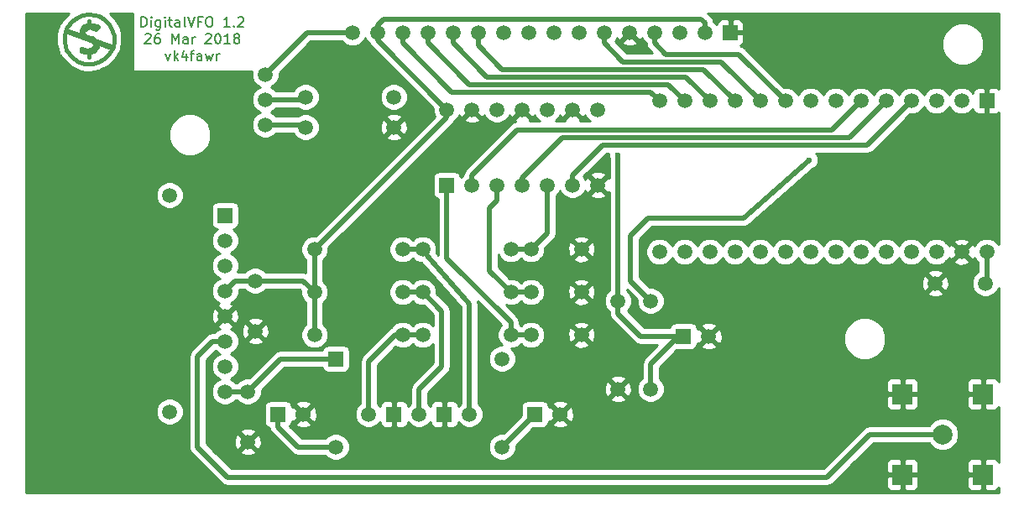
<source format=gtl>
G04 #@! TF.FileFunction,Copper,L1,Top,Signal*
%FSLAX46Y46*%
G04 Gerber Fmt 4.6, Leading zero omitted, Abs format (unit mm)*
G04 Created by KiCad (PCBNEW 4.0.7) date Thursday, 29 March 2018 'PMt' 03:09:51 PM*
%MOMM*%
%LPD*%
G01*
G04 APERTURE LIST*
%ADD10C,0.100000*%
%ADD11C,0.200000*%
%ADD12C,0.381000*%
%ADD13C,1.500000*%
%ADD14R,1.500000X1.500000*%
%ADD15R,2.000000X2.000000*%
%ADD16C,2.000000*%
%ADD17C,1.524000*%
%ADD18R,1.524000X1.500000*%
%ADD19C,0.600000*%
%ADD20C,0.500000*%
%ADD21C,0.254000*%
G04 APERTURE END LIST*
D10*
D11*
X133795143Y-73428381D02*
X133795143Y-72428381D01*
X134033238Y-72428381D01*
X134176096Y-72476000D01*
X134271334Y-72571238D01*
X134318953Y-72666476D01*
X134366572Y-72856952D01*
X134366572Y-72999810D01*
X134318953Y-73190286D01*
X134271334Y-73285524D01*
X134176096Y-73380762D01*
X134033238Y-73428381D01*
X133795143Y-73428381D01*
X134795143Y-73428381D02*
X134795143Y-72761714D01*
X134795143Y-72428381D02*
X134747524Y-72476000D01*
X134795143Y-72523619D01*
X134842762Y-72476000D01*
X134795143Y-72428381D01*
X134795143Y-72523619D01*
X135699905Y-72761714D02*
X135699905Y-73571238D01*
X135652286Y-73666476D01*
X135604667Y-73714095D01*
X135509428Y-73761714D01*
X135366571Y-73761714D01*
X135271333Y-73714095D01*
X135699905Y-73380762D02*
X135604667Y-73428381D01*
X135414190Y-73428381D01*
X135318952Y-73380762D01*
X135271333Y-73333143D01*
X135223714Y-73237905D01*
X135223714Y-72952190D01*
X135271333Y-72856952D01*
X135318952Y-72809333D01*
X135414190Y-72761714D01*
X135604667Y-72761714D01*
X135699905Y-72809333D01*
X136176095Y-73428381D02*
X136176095Y-72761714D01*
X136176095Y-72428381D02*
X136128476Y-72476000D01*
X136176095Y-72523619D01*
X136223714Y-72476000D01*
X136176095Y-72428381D01*
X136176095Y-72523619D01*
X136509428Y-72761714D02*
X136890380Y-72761714D01*
X136652285Y-72428381D02*
X136652285Y-73285524D01*
X136699904Y-73380762D01*
X136795142Y-73428381D01*
X136890380Y-73428381D01*
X137652286Y-73428381D02*
X137652286Y-72904571D01*
X137604667Y-72809333D01*
X137509429Y-72761714D01*
X137318952Y-72761714D01*
X137223714Y-72809333D01*
X137652286Y-73380762D02*
X137557048Y-73428381D01*
X137318952Y-73428381D01*
X137223714Y-73380762D01*
X137176095Y-73285524D01*
X137176095Y-73190286D01*
X137223714Y-73095048D01*
X137318952Y-73047429D01*
X137557048Y-73047429D01*
X137652286Y-72999810D01*
X138271333Y-73428381D02*
X138176095Y-73380762D01*
X138128476Y-73285524D01*
X138128476Y-72428381D01*
X138509429Y-72428381D02*
X138842762Y-73428381D01*
X139176096Y-72428381D01*
X139842763Y-72904571D02*
X139509429Y-72904571D01*
X139509429Y-73428381D02*
X139509429Y-72428381D01*
X139985620Y-72428381D01*
X140557048Y-72428381D02*
X140747525Y-72428381D01*
X140842763Y-72476000D01*
X140938001Y-72571238D01*
X140985620Y-72761714D01*
X140985620Y-73095048D01*
X140938001Y-73285524D01*
X140842763Y-73380762D01*
X140747525Y-73428381D01*
X140557048Y-73428381D01*
X140461810Y-73380762D01*
X140366572Y-73285524D01*
X140318953Y-73095048D01*
X140318953Y-72761714D01*
X140366572Y-72571238D01*
X140461810Y-72476000D01*
X140557048Y-72428381D01*
X142699906Y-73428381D02*
X142128477Y-73428381D01*
X142414191Y-73428381D02*
X142414191Y-72428381D01*
X142318953Y-72571238D01*
X142223715Y-72666476D01*
X142128477Y-72714095D01*
X143128477Y-73333143D02*
X143176096Y-73380762D01*
X143128477Y-73428381D01*
X143080858Y-73380762D01*
X143128477Y-73333143D01*
X143128477Y-73428381D01*
X143557048Y-72523619D02*
X143604667Y-72476000D01*
X143699905Y-72428381D01*
X143938001Y-72428381D01*
X144033239Y-72476000D01*
X144080858Y-72523619D01*
X144128477Y-72618857D01*
X144128477Y-72714095D01*
X144080858Y-72856952D01*
X143509429Y-73428381D01*
X144128477Y-73428381D01*
X134176095Y-74223619D02*
X134223714Y-74176000D01*
X134318952Y-74128381D01*
X134557048Y-74128381D01*
X134652286Y-74176000D01*
X134699905Y-74223619D01*
X134747524Y-74318857D01*
X134747524Y-74414095D01*
X134699905Y-74556952D01*
X134128476Y-75128381D01*
X134747524Y-75128381D01*
X135604667Y-74128381D02*
X135414190Y-74128381D01*
X135318952Y-74176000D01*
X135271333Y-74223619D01*
X135176095Y-74366476D01*
X135128476Y-74556952D01*
X135128476Y-74937905D01*
X135176095Y-75033143D01*
X135223714Y-75080762D01*
X135318952Y-75128381D01*
X135509429Y-75128381D01*
X135604667Y-75080762D01*
X135652286Y-75033143D01*
X135699905Y-74937905D01*
X135699905Y-74699810D01*
X135652286Y-74604571D01*
X135604667Y-74556952D01*
X135509429Y-74509333D01*
X135318952Y-74509333D01*
X135223714Y-74556952D01*
X135176095Y-74604571D01*
X135128476Y-74699810D01*
X136890381Y-75128381D02*
X136890381Y-74128381D01*
X137223715Y-74842667D01*
X137557048Y-74128381D01*
X137557048Y-75128381D01*
X138461810Y-75128381D02*
X138461810Y-74604571D01*
X138414191Y-74509333D01*
X138318953Y-74461714D01*
X138128476Y-74461714D01*
X138033238Y-74509333D01*
X138461810Y-75080762D02*
X138366572Y-75128381D01*
X138128476Y-75128381D01*
X138033238Y-75080762D01*
X137985619Y-74985524D01*
X137985619Y-74890286D01*
X138033238Y-74795048D01*
X138128476Y-74747429D01*
X138366572Y-74747429D01*
X138461810Y-74699810D01*
X138938000Y-75128381D02*
X138938000Y-74461714D01*
X138938000Y-74652190D02*
X138985619Y-74556952D01*
X139033238Y-74509333D01*
X139128476Y-74461714D01*
X139223715Y-74461714D01*
X140271334Y-74223619D02*
X140318953Y-74176000D01*
X140414191Y-74128381D01*
X140652287Y-74128381D01*
X140747525Y-74176000D01*
X140795144Y-74223619D01*
X140842763Y-74318857D01*
X140842763Y-74414095D01*
X140795144Y-74556952D01*
X140223715Y-75128381D01*
X140842763Y-75128381D01*
X141461810Y-74128381D02*
X141557049Y-74128381D01*
X141652287Y-74176000D01*
X141699906Y-74223619D01*
X141747525Y-74318857D01*
X141795144Y-74509333D01*
X141795144Y-74747429D01*
X141747525Y-74937905D01*
X141699906Y-75033143D01*
X141652287Y-75080762D01*
X141557049Y-75128381D01*
X141461810Y-75128381D01*
X141366572Y-75080762D01*
X141318953Y-75033143D01*
X141271334Y-74937905D01*
X141223715Y-74747429D01*
X141223715Y-74509333D01*
X141271334Y-74318857D01*
X141318953Y-74223619D01*
X141366572Y-74176000D01*
X141461810Y-74128381D01*
X142747525Y-75128381D02*
X142176096Y-75128381D01*
X142461810Y-75128381D02*
X142461810Y-74128381D01*
X142366572Y-74271238D01*
X142271334Y-74366476D01*
X142176096Y-74414095D01*
X143318953Y-74556952D02*
X143223715Y-74509333D01*
X143176096Y-74461714D01*
X143128477Y-74366476D01*
X143128477Y-74318857D01*
X143176096Y-74223619D01*
X143223715Y-74176000D01*
X143318953Y-74128381D01*
X143509430Y-74128381D01*
X143604668Y-74176000D01*
X143652287Y-74223619D01*
X143699906Y-74318857D01*
X143699906Y-74366476D01*
X143652287Y-74461714D01*
X143604668Y-74509333D01*
X143509430Y-74556952D01*
X143318953Y-74556952D01*
X143223715Y-74604571D01*
X143176096Y-74652190D01*
X143128477Y-74747429D01*
X143128477Y-74937905D01*
X143176096Y-75033143D01*
X143223715Y-75080762D01*
X143318953Y-75128381D01*
X143509430Y-75128381D01*
X143604668Y-75080762D01*
X143652287Y-75033143D01*
X143699906Y-74937905D01*
X143699906Y-74747429D01*
X143652287Y-74652190D01*
X143604668Y-74604571D01*
X143509430Y-74556952D01*
X136247523Y-76161714D02*
X136485618Y-76828381D01*
X136723714Y-76161714D01*
X137104666Y-76828381D02*
X137104666Y-75828381D01*
X137199904Y-76447429D02*
X137485619Y-76828381D01*
X137485619Y-76161714D02*
X137104666Y-76542667D01*
X138342762Y-76161714D02*
X138342762Y-76828381D01*
X138104666Y-75780762D02*
X137866571Y-76495048D01*
X138485619Y-76495048D01*
X138723714Y-76161714D02*
X139104666Y-76161714D01*
X138866571Y-76828381D02*
X138866571Y-75971238D01*
X138914190Y-75876000D01*
X139009428Y-75828381D01*
X139104666Y-75828381D01*
X139866572Y-76828381D02*
X139866572Y-76304571D01*
X139818953Y-76209333D01*
X139723715Y-76161714D01*
X139533238Y-76161714D01*
X139438000Y-76209333D01*
X139866572Y-76780762D02*
X139771334Y-76828381D01*
X139533238Y-76828381D01*
X139438000Y-76780762D01*
X139390381Y-76685524D01*
X139390381Y-76590286D01*
X139438000Y-76495048D01*
X139533238Y-76447429D01*
X139771334Y-76447429D01*
X139866572Y-76399810D01*
X140247524Y-76161714D02*
X140438000Y-76828381D01*
X140628477Y-76352190D01*
X140818953Y-76828381D01*
X141009429Y-76161714D01*
X141390381Y-76828381D02*
X141390381Y-76161714D01*
X141390381Y-76352190D02*
X141438000Y-76256952D01*
X141485619Y-76209333D01*
X141580857Y-76161714D01*
X141676096Y-76161714D01*
D12*
X128524000Y-75976480D02*
X128524000Y-76476860D01*
X128524000Y-76476860D02*
X128524000Y-76375260D01*
X128524000Y-73174860D02*
X128524000Y-72875140D01*
X126123700Y-73875900D02*
X130723640Y-75575160D01*
X126222760Y-73776840D02*
X130924300Y-75476100D01*
X129423160Y-73477120D02*
X129324100Y-73375520D01*
X129324100Y-73375520D02*
X128922780Y-73276460D01*
X128922780Y-73276460D02*
X128224280Y-73276460D01*
X128224280Y-73276460D02*
X128023620Y-73375520D01*
X128023620Y-73375520D02*
X127822960Y-73576180D01*
X127822960Y-73576180D02*
X127723900Y-73776840D01*
X127723900Y-73776840D02*
X127723900Y-74076560D01*
X127723900Y-74076560D02*
X127822960Y-74376280D01*
X127822960Y-74376280D02*
X128023620Y-74576940D01*
X128023620Y-74576940D02*
X128823720Y-74876660D01*
X128823720Y-74876660D02*
X129123440Y-75074780D01*
X129123440Y-75074780D02*
X129123440Y-75476100D01*
X129123440Y-75476100D02*
X128823720Y-75676760D01*
X128823720Y-75676760D02*
X128323340Y-75775820D01*
X128323340Y-75775820D02*
X127822960Y-75676760D01*
X127822960Y-75676760D02*
X127723900Y-75676760D01*
X127723900Y-75676760D02*
X127723900Y-75874880D01*
X127723900Y-75874880D02*
X128023620Y-75976480D01*
X128023620Y-75976480D02*
X128724660Y-75976480D01*
X128724660Y-75976480D02*
X129024380Y-75874880D01*
X129024380Y-75874880D02*
X129225040Y-75676760D01*
X129225040Y-75676760D02*
X129324100Y-75476100D01*
X129324100Y-75476100D02*
X129324100Y-75176380D01*
X129324100Y-75176380D02*
X129225040Y-74876660D01*
X129225040Y-74876660D02*
X128823720Y-74576940D01*
X128823720Y-74576940D02*
X128224280Y-74475340D01*
X128224280Y-74475340D02*
X128023620Y-74277220D01*
X128023620Y-74277220D02*
X127924560Y-73974960D01*
X127924560Y-73974960D02*
X128023620Y-73776840D01*
X128023620Y-73776840D02*
X128224280Y-73576180D01*
X128224280Y-73576180D02*
X128623060Y-73477120D01*
X128623060Y-73477120D02*
X128922780Y-73576180D01*
X128922780Y-73576180D02*
X129225040Y-73675240D01*
X129225040Y-73675240D02*
X129423160Y-73477120D01*
X128524000Y-72176640D02*
X128424940Y-72176640D01*
X128424940Y-72176640D02*
X127822960Y-72275700D01*
X127822960Y-72275700D02*
X127325120Y-72476360D01*
X127325120Y-72476360D02*
X126824740Y-72875140D01*
X126824740Y-72875140D02*
X126324360Y-73477120D01*
X126324360Y-73477120D02*
X126123700Y-73875900D01*
X126123700Y-73875900D02*
X126024640Y-74376280D01*
X126024640Y-74376280D02*
X126024640Y-74975720D01*
X126024640Y-74975720D02*
X126222760Y-75775820D01*
X126222760Y-75775820D02*
X126824740Y-76476860D01*
X126824740Y-76476860D02*
X127325120Y-76875640D01*
X127325120Y-76875640D02*
X128023620Y-77175360D01*
X128023620Y-77175360D02*
X128823720Y-77175360D01*
X128823720Y-77175360D02*
X129423160Y-76977240D01*
X129423160Y-76977240D02*
X130025140Y-76674980D01*
X130025140Y-76674980D02*
X130522980Y-76177140D01*
X130522980Y-76177140D02*
X130924300Y-75476100D01*
X130924300Y-75476100D02*
X131023360Y-74876660D01*
X131023360Y-74876660D02*
X131023360Y-74277220D01*
X131023360Y-74277220D02*
X130825240Y-73675240D01*
X130825240Y-73675240D02*
X130522980Y-73174860D01*
X130522980Y-73174860D02*
X130025140Y-72677020D01*
X130025140Y-72677020D02*
X129524760Y-72374760D01*
X129524760Y-72374760D02*
X129123440Y-72275700D01*
X129123440Y-72275700D02*
X128524000Y-72176640D01*
D13*
X173101000Y-104521000D03*
X178181000Y-104521000D03*
X173101000Y-100203000D03*
X178181000Y-100203000D03*
X173101000Y-95885000D03*
X178181000Y-95885000D03*
X218948000Y-99314000D03*
X213868000Y-99314000D03*
X145288000Y-99060000D03*
X145288000Y-104140000D03*
X144526000Y-110236000D03*
X144526000Y-115316000D03*
D14*
X153416000Y-106934000D03*
D13*
X153416000Y-115824000D03*
D15*
X210566000Y-118618000D03*
X210566000Y-110490000D03*
X218694000Y-118618000D03*
X218694000Y-110490000D03*
D16*
X214630000Y-114554000D03*
D13*
X146304000Y-83312000D03*
X146304000Y-80772000D03*
X146304000Y-78232000D03*
X151257000Y-104521000D03*
X160147000Y-104521000D03*
X162179000Y-104521000D03*
X171069000Y-104521000D03*
X151257000Y-100203000D03*
X160147000Y-100203000D03*
X162179000Y-100203000D03*
X171069000Y-100203000D03*
X151257000Y-95885000D03*
X160147000Y-95885000D03*
X162179000Y-95885000D03*
X171069000Y-95885000D03*
X150368000Y-80518000D03*
X159258000Y-80518000D03*
X150368000Y-83566000D03*
X159258000Y-83566000D03*
X185166000Y-109982000D03*
X185166000Y-101092000D03*
X181864000Y-101092000D03*
X181864000Y-109982000D03*
X170180000Y-106934000D03*
X170180000Y-115824000D03*
D14*
X164592000Y-89408000D03*
D13*
X167132000Y-89408000D03*
X169672000Y-89408000D03*
X172212000Y-89408000D03*
X174752000Y-89408000D03*
X177292000Y-89408000D03*
X179832000Y-89408000D03*
X179832000Y-81788000D03*
X177292000Y-81788000D03*
X174752000Y-81788000D03*
X172212000Y-81788000D03*
X169672000Y-81788000D03*
X167132000Y-81788000D03*
X164592000Y-81788000D03*
D14*
X193205100Y-74015600D03*
D13*
X190665100Y-74015600D03*
X188125100Y-74015600D03*
X185585100Y-74015600D03*
X183045100Y-74015600D03*
X180505100Y-74015600D03*
X177965100Y-74015600D03*
X175425100Y-74015600D03*
X172885100Y-74015600D03*
X170345100Y-74015600D03*
X167805100Y-74015600D03*
X165265100Y-74015600D03*
X162725100Y-74015600D03*
X160185100Y-74015600D03*
X157645100Y-74015600D03*
X155105100Y-74015600D03*
X142240000Y-110236000D03*
X142240000Y-107696000D03*
X142240000Y-105156000D03*
X142240000Y-102616000D03*
X142240000Y-100076000D03*
X142240000Y-97536000D03*
X142240000Y-94996000D03*
D14*
X142240000Y-92456000D03*
X188468000Y-104648000D03*
D13*
X191008000Y-104648000D03*
D14*
X219075000Y-80899000D03*
D13*
X216535000Y-80899000D03*
X213995000Y-80899000D03*
X211455000Y-80899000D03*
X208915000Y-80899000D03*
X206375000Y-80899000D03*
X203835000Y-80899000D03*
X201295000Y-80899000D03*
X198755000Y-80899000D03*
X196215000Y-80899000D03*
X193675000Y-80899000D03*
X191135000Y-80899000D03*
X188595000Y-80899000D03*
X186055000Y-80899000D03*
X186055000Y-96139000D03*
X188595000Y-96139000D03*
X191135000Y-96139000D03*
X193675000Y-96139000D03*
X196215000Y-96139000D03*
X198755000Y-96139000D03*
X201295000Y-96139000D03*
X203835000Y-96139000D03*
X206375000Y-96139000D03*
X208915000Y-96139000D03*
X211455000Y-96139000D03*
X213995000Y-96139000D03*
X216535000Y-96139000D03*
X219075000Y-96139000D03*
X136652000Y-112268000D03*
X136652000Y-90424000D03*
D14*
X147574000Y-112522000D03*
D17*
X150114000Y-112522000D03*
D14*
X173482000Y-112522000D03*
D17*
X176022000Y-112522000D03*
D13*
X156718000Y-112522000D03*
D18*
X159258000Y-112522000D03*
D13*
X166878000Y-112522000D03*
D18*
X164338000Y-112522000D03*
D13*
X161798000Y-112522000D03*
D19*
X181864000Y-86360000D03*
X201168000Y-86868000D03*
D20*
X164592000Y-89408000D02*
X164592000Y-96774000D01*
X171069000Y-103251000D02*
X171069000Y-104521000D01*
X164592000Y-96774000D02*
X171069000Y-103251000D01*
X171069000Y-104521000D02*
X173101000Y-104521000D01*
X169672000Y-89408000D02*
X169672000Y-90932000D01*
X168910000Y-98044000D02*
X171069000Y-100203000D01*
X168910000Y-91694000D02*
X168910000Y-98044000D01*
X169672000Y-90932000D02*
X168910000Y-91694000D01*
X171069000Y-100203000D02*
X173101000Y-100203000D01*
X174752000Y-89408000D02*
X174752000Y-94234000D01*
X174752000Y-94234000D02*
X173101000Y-95885000D01*
X171069000Y-95885000D02*
X173101000Y-95885000D01*
X181864000Y-86360000D02*
X181864000Y-101092000D01*
X188468000Y-104648000D02*
X187960000Y-104648000D01*
X187960000Y-104648000D02*
X185166000Y-107442000D01*
X185166000Y-107442000D02*
X185166000Y-109982000D01*
X181864000Y-101092000D02*
X181864000Y-102362000D01*
X184150000Y-104648000D02*
X188468000Y-104648000D01*
X181864000Y-102362000D02*
X184150000Y-104648000D01*
X181864000Y-101092000D02*
X181864000Y-101092000D01*
X157645100Y-74015600D02*
X157645100Y-73240900D01*
X157645100Y-73240900D02*
X158242000Y-72644000D01*
X158242000Y-72644000D02*
X190246000Y-72644000D01*
X190246000Y-72644000D02*
X190665100Y-73063100D01*
X190665100Y-73063100D02*
X190665100Y-74015600D01*
X157645100Y-74015600D02*
X157645100Y-74841100D01*
X157645100Y-74841100D02*
X164592000Y-81788000D01*
X164592000Y-81788000D02*
X164592000Y-82550000D01*
X164592000Y-82550000D02*
X151257000Y-95885000D01*
X145288000Y-99060000D02*
X150114000Y-99060000D01*
X150114000Y-99060000D02*
X151257000Y-100203000D01*
X142240000Y-100076000D02*
X143256000Y-99060000D01*
X143256000Y-99060000D02*
X145288000Y-99060000D01*
X151257000Y-95885000D02*
X151257000Y-100203000D01*
X151257000Y-100203000D02*
X151257000Y-104521000D01*
X219075000Y-96139000D02*
X219075000Y-99187000D01*
X219075000Y-99187000D02*
X218948000Y-99314000D01*
X144526000Y-110236000D02*
X147828000Y-106934000D01*
X147828000Y-106934000D02*
X153416000Y-106934000D01*
X142240000Y-110236000D02*
X144526000Y-110236000D01*
X147574000Y-112522000D02*
X147574000Y-113792000D01*
X149606000Y-115824000D02*
X153416000Y-115824000D01*
X147574000Y-113792000D02*
X149606000Y-115824000D01*
X142240000Y-105156000D02*
X140970000Y-105156000D01*
X207264000Y-114554000D02*
X214630000Y-114554000D01*
X202946000Y-118872000D02*
X207264000Y-114554000D01*
X142494000Y-118872000D02*
X202946000Y-118872000D01*
X139446000Y-115824000D02*
X142494000Y-118872000D01*
X139446000Y-106680000D02*
X139446000Y-115824000D01*
X140970000Y-105156000D02*
X139446000Y-106680000D01*
X173482000Y-112522000D02*
X170180000Y-115824000D01*
X146304000Y-83312000D02*
X150114000Y-83312000D01*
X150114000Y-83312000D02*
X150368000Y-83566000D01*
X146304000Y-80772000D02*
X150114000Y-80772000D01*
X150114000Y-80772000D02*
X150368000Y-80518000D01*
X155105100Y-74015600D02*
X150520400Y-74015600D01*
X150520400Y-74015600D02*
X146304000Y-78232000D01*
X160147000Y-104521000D02*
X159385000Y-104521000D01*
X156718000Y-107188000D02*
X156718000Y-112522000D01*
X159385000Y-104521000D02*
X156718000Y-107188000D01*
X162179000Y-104521000D02*
X160147000Y-104521000D01*
X162179000Y-100203000D02*
X164084000Y-102108000D01*
X161798000Y-109982000D02*
X161798000Y-112522000D01*
X164084000Y-107696000D02*
X161798000Y-109982000D01*
X164084000Y-102108000D02*
X164084000Y-107696000D01*
X160147000Y-100203000D02*
X162179000Y-100203000D01*
X162179000Y-100203000D02*
X162433000Y-100203000D01*
X162179000Y-95885000D02*
X162687000Y-96647000D01*
X166878000Y-101346000D02*
X166878000Y-112522000D01*
X162687000Y-96647000D02*
X166878000Y-101346000D01*
X160147000Y-95885000D02*
X162179000Y-95885000D01*
X162179000Y-95885000D02*
X162179000Y-96139000D01*
X183134000Y-99060000D02*
X185166000Y-101092000D01*
X183134000Y-94488000D02*
X183134000Y-99060000D01*
X184912000Y-92710000D02*
X183134000Y-94488000D01*
X194564000Y-92710000D02*
X184912000Y-92710000D01*
X201168000Y-86868000D02*
X194564000Y-92710000D01*
X167132000Y-89408000D02*
X167132000Y-88392000D01*
X203454000Y-83820000D02*
X206375000Y-80899000D01*
X171704000Y-83820000D02*
X203454000Y-83820000D01*
X167132000Y-88392000D02*
X171704000Y-83820000D01*
X172212000Y-89408000D02*
X172212000Y-88646000D01*
X205232000Y-84582000D02*
X208915000Y-80899000D01*
X176276000Y-84582000D02*
X205232000Y-84582000D01*
X172212000Y-88646000D02*
X176276000Y-84582000D01*
X177292000Y-89408000D02*
X177292000Y-88392000D01*
X207010000Y-85344000D02*
X211455000Y-80899000D01*
X180340000Y-85344000D02*
X207010000Y-85344000D01*
X177292000Y-88392000D02*
X180340000Y-85344000D01*
X185585100Y-74015600D02*
X185585100Y-75095100D01*
X194056000Y-76200000D02*
X198755000Y-80899000D01*
X186690000Y-76200000D02*
X194056000Y-76200000D01*
X185585100Y-75095100D02*
X186690000Y-76200000D01*
X180505100Y-74015600D02*
X180505100Y-75095100D01*
X192278000Y-76962000D02*
X196215000Y-80899000D01*
X182372000Y-76962000D02*
X192278000Y-76962000D01*
X180505100Y-75095100D02*
X182372000Y-76962000D01*
X167805100Y-74015600D02*
X167805100Y-75349100D01*
X190500000Y-77724000D02*
X193675000Y-80899000D01*
X170180000Y-77724000D02*
X190500000Y-77724000D01*
X167805100Y-75349100D02*
X170180000Y-77724000D01*
X165265100Y-74015600D02*
X165265100Y-75095100D01*
X188722000Y-78486000D02*
X191135000Y-80899000D01*
X168656000Y-78486000D02*
X188722000Y-78486000D01*
X165265100Y-75095100D02*
X168656000Y-78486000D01*
X162725100Y-74015600D02*
X162725100Y-75095100D01*
X186944000Y-79248000D02*
X188595000Y-80899000D01*
X166878000Y-79248000D02*
X186944000Y-79248000D01*
X162725100Y-75095100D02*
X166878000Y-79248000D01*
X160185100Y-74015600D02*
X160185100Y-75095100D01*
X185166000Y-80010000D02*
X186055000Y-80899000D01*
X165100000Y-80010000D02*
X185166000Y-80010000D01*
X160185100Y-75095100D02*
X165100000Y-80010000D01*
D21*
G36*
X126310254Y-72229575D02*
X126255649Y-72294198D01*
X126189915Y-72347459D01*
X125689535Y-72949439D01*
X125644735Y-73032005D01*
X125586952Y-73106068D01*
X125386292Y-73504848D01*
X125373816Y-73549954D01*
X125349346Y-73589847D01*
X125339029Y-73654804D01*
X125313916Y-73715588D01*
X125214856Y-74215967D01*
X125214929Y-74296901D01*
X125199140Y-74376280D01*
X125199140Y-74975720D01*
X125218692Y-75074016D01*
X125223340Y-75174137D01*
X125421460Y-75974237D01*
X125434624Y-76002265D01*
X125438345Y-76033003D01*
X125502677Y-76147163D01*
X125558386Y-76265777D01*
X125581272Y-76286633D01*
X125596474Y-76313609D01*
X126198454Y-77014649D01*
X126259880Y-77062808D01*
X126310254Y-77122425D01*
X126810634Y-77521205D01*
X126908663Y-77571808D01*
X126999607Y-77634251D01*
X127698106Y-77933971D01*
X127703299Y-77935072D01*
X127707715Y-77938023D01*
X127860677Y-77968449D01*
X128013192Y-78000794D01*
X128018412Y-77999824D01*
X128023620Y-78000860D01*
X128823720Y-78000860D01*
X128952479Y-77975248D01*
X129082772Y-77959160D01*
X129682213Y-77761040D01*
X129735043Y-77731102D01*
X129793579Y-77714966D01*
X130395559Y-77412706D01*
X130499402Y-77331833D01*
X130608857Y-77258697D01*
X131106697Y-76760857D01*
X131167519Y-76669831D01*
X131239395Y-76587262D01*
X131640715Y-75886222D01*
X131663543Y-75818154D01*
X131700649Y-75756693D01*
X131712021Y-75681689D01*
X131738754Y-75610692D01*
X131837814Y-75011252D01*
X131835600Y-74943321D01*
X131848860Y-74876660D01*
X131848860Y-74277220D01*
X131823348Y-74148960D01*
X131807485Y-74019154D01*
X131609365Y-73417174D01*
X131563526Y-73336044D01*
X131531831Y-73248415D01*
X131229571Y-72748036D01*
X131162215Y-72674232D01*
X131106697Y-72591143D01*
X130608857Y-72093303D01*
X130594934Y-72084000D01*
X132922048Y-72084000D01*
X132922048Y-77911000D01*
X144937635Y-77911000D01*
X144919241Y-77955298D01*
X144918760Y-78506285D01*
X145129169Y-79015515D01*
X145518436Y-79405461D01*
X145750870Y-79501976D01*
X145520485Y-79597169D01*
X145130539Y-79986436D01*
X144919241Y-80495298D01*
X144918760Y-81046285D01*
X145129169Y-81555515D01*
X145518436Y-81945461D01*
X145750870Y-82041976D01*
X145520485Y-82137169D01*
X145130539Y-82526436D01*
X144919241Y-83035298D01*
X144918760Y-83586285D01*
X145129169Y-84095515D01*
X145518436Y-84485461D01*
X146027298Y-84696759D01*
X146578285Y-84697240D01*
X147087515Y-84486831D01*
X147377852Y-84197000D01*
X149130151Y-84197000D01*
X149193169Y-84349515D01*
X149582436Y-84739461D01*
X150091298Y-84950759D01*
X150642285Y-84951240D01*
X151151515Y-84740831D01*
X151355183Y-84537517D01*
X158466088Y-84537517D01*
X158534077Y-84778460D01*
X159053171Y-84963201D01*
X159603448Y-84935230D01*
X159981923Y-84778460D01*
X160049912Y-84537517D01*
X159258000Y-83745605D01*
X158466088Y-84537517D01*
X151355183Y-84537517D01*
X151541461Y-84351564D01*
X151752759Y-83842702D01*
X151753179Y-83361171D01*
X157860799Y-83361171D01*
X157888770Y-83911448D01*
X158045540Y-84289923D01*
X158286483Y-84357912D01*
X159078395Y-83566000D01*
X159437605Y-83566000D01*
X160229517Y-84357912D01*
X160470460Y-84289923D01*
X160655201Y-83770829D01*
X160627230Y-83220552D01*
X160470460Y-82842077D01*
X160229517Y-82774088D01*
X159437605Y-83566000D01*
X159078395Y-83566000D01*
X158286483Y-82774088D01*
X158045540Y-82842077D01*
X157860799Y-83361171D01*
X151753179Y-83361171D01*
X151753240Y-83291715D01*
X151542831Y-82782485D01*
X151355157Y-82594483D01*
X158466088Y-82594483D01*
X159258000Y-83386395D01*
X160049912Y-82594483D01*
X159981923Y-82353540D01*
X159462829Y-82168799D01*
X158912552Y-82196770D01*
X158534077Y-82353540D01*
X158466088Y-82594483D01*
X151355157Y-82594483D01*
X151153564Y-82392539D01*
X150644702Y-82181241D01*
X150093715Y-82180760D01*
X149584485Y-82391169D01*
X149548591Y-82427000D01*
X147377523Y-82427000D01*
X147089564Y-82138539D01*
X146857130Y-82042024D01*
X147087515Y-81946831D01*
X147377852Y-81657000D01*
X149548035Y-81657000D01*
X149582436Y-81691461D01*
X150091298Y-81902759D01*
X150642285Y-81903240D01*
X151151515Y-81692831D01*
X151541461Y-81303564D01*
X151752759Y-80794702D01*
X151752761Y-80792285D01*
X157872760Y-80792285D01*
X158083169Y-81301515D01*
X158472436Y-81691461D01*
X158981298Y-81902759D01*
X159532285Y-81903240D01*
X160041515Y-81692831D01*
X160431461Y-81303564D01*
X160642759Y-80794702D01*
X160643240Y-80243715D01*
X160432831Y-79734485D01*
X160043564Y-79344539D01*
X159534702Y-79133241D01*
X158983715Y-79132760D01*
X158474485Y-79343169D01*
X158084539Y-79732436D01*
X157873241Y-80241298D01*
X157872760Y-80792285D01*
X151752761Y-80792285D01*
X151753240Y-80243715D01*
X151542831Y-79734485D01*
X151153564Y-79344539D01*
X150644702Y-79133241D01*
X150093715Y-79132760D01*
X149584485Y-79343169D01*
X149194539Y-79732436D01*
X149130358Y-79887000D01*
X147377523Y-79887000D01*
X147089564Y-79598539D01*
X146857130Y-79502024D01*
X147087515Y-79406831D01*
X147477461Y-79017564D01*
X147688759Y-78508702D01*
X147689117Y-78098463D01*
X150886979Y-74900600D01*
X154031577Y-74900600D01*
X154319536Y-75189061D01*
X154828398Y-75400359D01*
X155379385Y-75400840D01*
X155888615Y-75190431D01*
X156278561Y-74801164D01*
X156375076Y-74568730D01*
X156470269Y-74799115D01*
X156821794Y-75151253D01*
X156827467Y-75179775D01*
X157001363Y-75440030D01*
X157019310Y-75466890D01*
X163207116Y-81654695D01*
X163206760Y-82062285D01*
X163388439Y-82501982D01*
X151390304Y-94500116D01*
X150982715Y-94499760D01*
X150473485Y-94710169D01*
X150083539Y-95099436D01*
X149872241Y-95608298D01*
X149871760Y-96159285D01*
X150082169Y-96668515D01*
X150372000Y-96958852D01*
X150372000Y-98226320D01*
X150114000Y-98174999D01*
X150113995Y-98175000D01*
X146361523Y-98175000D01*
X146073564Y-97886539D01*
X145564702Y-97675241D01*
X145013715Y-97674760D01*
X144504485Y-97885169D01*
X144214148Y-98175000D01*
X143474320Y-98175000D01*
X143624759Y-97812702D01*
X143625240Y-97261715D01*
X143414831Y-96752485D01*
X143025564Y-96362539D01*
X142793130Y-96266024D01*
X143023515Y-96170831D01*
X143413461Y-95781564D01*
X143624759Y-95272702D01*
X143625240Y-94721715D01*
X143414831Y-94212485D01*
X143045909Y-93842920D01*
X143225317Y-93809162D01*
X143441441Y-93670090D01*
X143586431Y-93457890D01*
X143637440Y-93206000D01*
X143637440Y-91706000D01*
X143593162Y-91470683D01*
X143454090Y-91254559D01*
X143241890Y-91109569D01*
X142990000Y-91058560D01*
X141490000Y-91058560D01*
X141254683Y-91102838D01*
X141038559Y-91241910D01*
X140893569Y-91454110D01*
X140842560Y-91706000D01*
X140842560Y-93206000D01*
X140886838Y-93441317D01*
X141025910Y-93657441D01*
X141238110Y-93802431D01*
X141435262Y-93842355D01*
X141066539Y-94210436D01*
X140855241Y-94719298D01*
X140854760Y-95270285D01*
X141065169Y-95779515D01*
X141454436Y-96169461D01*
X141686870Y-96265976D01*
X141456485Y-96361169D01*
X141066539Y-96750436D01*
X140855241Y-97259298D01*
X140854760Y-97810285D01*
X141065169Y-98319515D01*
X141454436Y-98709461D01*
X141686870Y-98805976D01*
X141456485Y-98901169D01*
X141066539Y-99290436D01*
X140855241Y-99799298D01*
X140854760Y-100350285D01*
X141065169Y-100859515D01*
X141454436Y-101249461D01*
X141670979Y-101339377D01*
X141516077Y-101403540D01*
X141448088Y-101644483D01*
X142240000Y-102436395D01*
X143031912Y-101644483D01*
X142963923Y-101403540D01*
X142797379Y-101344268D01*
X143023515Y-101250831D01*
X143413461Y-100861564D01*
X143624759Y-100352702D01*
X143625115Y-99945000D01*
X144214477Y-99945000D01*
X144502436Y-100233461D01*
X145011298Y-100444759D01*
X145562285Y-100445240D01*
X146071515Y-100234831D01*
X146361852Y-99945000D01*
X149747420Y-99945000D01*
X149872116Y-100069695D01*
X149871760Y-100477285D01*
X150082169Y-100986515D01*
X150372000Y-101276852D01*
X150372000Y-103447477D01*
X150083539Y-103735436D01*
X149872241Y-104244298D01*
X149871760Y-104795285D01*
X150082169Y-105304515D01*
X150471436Y-105694461D01*
X150980298Y-105905759D01*
X151531285Y-105906240D01*
X152040515Y-105695831D01*
X152430461Y-105306564D01*
X152641759Y-104797702D01*
X152642240Y-104246715D01*
X152431831Y-103737485D01*
X152142000Y-103447148D01*
X152142000Y-101276523D01*
X152430461Y-100988564D01*
X152641759Y-100479702D01*
X152642240Y-99928715D01*
X152431831Y-99419485D01*
X152142000Y-99129148D01*
X152142000Y-96958523D01*
X152430461Y-96670564D01*
X152641759Y-96161702D01*
X152642117Y-95751463D01*
X165217787Y-83175792D01*
X165217790Y-83175790D01*
X165354199Y-82971639D01*
X165375515Y-82962831D01*
X165579183Y-82759517D01*
X166340088Y-82759517D01*
X166408077Y-83000460D01*
X166927171Y-83185201D01*
X167477448Y-83157230D01*
X167855923Y-83000460D01*
X167923912Y-82759517D01*
X167132000Y-81967605D01*
X166340088Y-82759517D01*
X165579183Y-82759517D01*
X165765461Y-82573564D01*
X165855377Y-82357021D01*
X165919540Y-82511923D01*
X166160483Y-82579912D01*
X166952395Y-81788000D01*
X166938253Y-81773858D01*
X167117858Y-81594253D01*
X167132000Y-81608395D01*
X167146143Y-81594253D01*
X167325748Y-81773858D01*
X167311605Y-81788000D01*
X168103517Y-82579912D01*
X168344460Y-82511923D01*
X168403732Y-82345379D01*
X168497169Y-82571515D01*
X168886436Y-82961461D01*
X169395298Y-83172759D01*
X169946285Y-83173240D01*
X170455515Y-82962831D01*
X170845461Y-82573564D01*
X170935377Y-82357021D01*
X170999540Y-82511923D01*
X171240483Y-82579912D01*
X172032395Y-81788000D01*
X172018253Y-81773858D01*
X172197858Y-81594253D01*
X172212000Y-81608395D01*
X172226143Y-81594253D01*
X172405748Y-81773858D01*
X172391605Y-81788000D01*
X173183517Y-82579912D01*
X173424460Y-82511923D01*
X173483732Y-82345379D01*
X173577169Y-82571515D01*
X173940021Y-82935000D01*
X172954394Y-82935000D01*
X173003912Y-82759517D01*
X172212000Y-81967605D01*
X171420088Y-82759517D01*
X171482063Y-82979146D01*
X171365325Y-83002367D01*
X171078210Y-83194210D01*
X171078208Y-83194213D01*
X166506210Y-87766210D01*
X166314367Y-88053325D01*
X166314367Y-88053326D01*
X166261276Y-88320226D01*
X165978920Y-88602091D01*
X165945162Y-88422683D01*
X165806090Y-88206559D01*
X165593890Y-88061569D01*
X165342000Y-88010560D01*
X163842000Y-88010560D01*
X163606683Y-88054838D01*
X163390559Y-88193910D01*
X163245569Y-88406110D01*
X163194560Y-88658000D01*
X163194560Y-90158000D01*
X163238838Y-90393317D01*
X163377910Y-90609441D01*
X163590110Y-90754431D01*
X163707000Y-90778102D01*
X163707000Y-96461039D01*
X163524452Y-96256364D01*
X163563759Y-96161702D01*
X163564240Y-95610715D01*
X163353831Y-95101485D01*
X162964564Y-94711539D01*
X162455702Y-94500241D01*
X161904715Y-94499760D01*
X161395485Y-94710169D01*
X161162936Y-94942313D01*
X160932564Y-94711539D01*
X160423702Y-94500241D01*
X159872715Y-94499760D01*
X159363485Y-94710169D01*
X158973539Y-95099436D01*
X158762241Y-95608298D01*
X158761760Y-96159285D01*
X158972169Y-96668515D01*
X159361436Y-97058461D01*
X159870298Y-97269759D01*
X160421285Y-97270240D01*
X160930515Y-97059831D01*
X161163064Y-96827687D01*
X161393436Y-97058461D01*
X161902298Y-97269759D01*
X162056697Y-97269894D01*
X165993000Y-101683325D01*
X165993000Y-111448477D01*
X165735000Y-111706028D01*
X165735000Y-111645691D01*
X165638327Y-111412302D01*
X165459699Y-111233673D01*
X165226310Y-111137000D01*
X164623750Y-111137000D01*
X164465000Y-111295750D01*
X164465000Y-112395000D01*
X164485000Y-112395000D01*
X164485000Y-112649000D01*
X164465000Y-112649000D01*
X164465000Y-113748250D01*
X164623750Y-113907000D01*
X165226310Y-113907000D01*
X165459699Y-113810327D01*
X165638327Y-113631698D01*
X165735000Y-113398309D01*
X165735000Y-113337402D01*
X166092436Y-113695461D01*
X166601298Y-113906759D01*
X167152285Y-113907240D01*
X167661515Y-113696831D01*
X168051461Y-113307564D01*
X168262759Y-112798702D01*
X168263240Y-112247715D01*
X168052831Y-111738485D01*
X167763000Y-111448148D01*
X167763000Y-110953517D01*
X181072088Y-110953517D01*
X181140077Y-111194460D01*
X181659171Y-111379201D01*
X182209448Y-111351230D01*
X182587923Y-111194460D01*
X182655912Y-110953517D01*
X181864000Y-110161605D01*
X181072088Y-110953517D01*
X167763000Y-110953517D01*
X167763000Y-109777171D01*
X180466799Y-109777171D01*
X180494770Y-110327448D01*
X180651540Y-110705923D01*
X180892483Y-110773912D01*
X181684395Y-109982000D01*
X182043605Y-109982000D01*
X182835517Y-110773912D01*
X183076460Y-110705923D01*
X183261201Y-110186829D01*
X183233230Y-109636552D01*
X183076460Y-109258077D01*
X182835517Y-109190088D01*
X182043605Y-109982000D01*
X181684395Y-109982000D01*
X180892483Y-109190088D01*
X180651540Y-109258077D01*
X180466799Y-109777171D01*
X167763000Y-109777171D01*
X167763000Y-109010483D01*
X181072088Y-109010483D01*
X181864000Y-109802395D01*
X182655912Y-109010483D01*
X182587923Y-108769540D01*
X182068829Y-108584799D01*
X181518552Y-108612770D01*
X181140077Y-108769540D01*
X181072088Y-109010483D01*
X167763000Y-109010483D01*
X167763000Y-101346000D01*
X167734152Y-101200970D01*
X167728733Y-101162312D01*
X170098875Y-103532454D01*
X169895539Y-103735436D01*
X169684241Y-104244298D01*
X169683760Y-104795285D01*
X169894169Y-105304515D01*
X170138191Y-105548963D01*
X169905715Y-105548760D01*
X169396485Y-105759169D01*
X169006539Y-106148436D01*
X168795241Y-106657298D01*
X168794760Y-107208285D01*
X169005169Y-107717515D01*
X169394436Y-108107461D01*
X169903298Y-108318759D01*
X170454285Y-108319240D01*
X170963515Y-108108831D01*
X171353461Y-107719564D01*
X171564759Y-107210702D01*
X171565240Y-106659715D01*
X171354831Y-106150485D01*
X171110809Y-105906037D01*
X171343285Y-105906240D01*
X171852515Y-105695831D01*
X172085064Y-105463687D01*
X172315436Y-105694461D01*
X172824298Y-105905759D01*
X173375285Y-105906240D01*
X173884515Y-105695831D01*
X174088183Y-105492517D01*
X177389088Y-105492517D01*
X177457077Y-105733460D01*
X177976171Y-105918201D01*
X178526448Y-105890230D01*
X178904923Y-105733460D01*
X178972912Y-105492517D01*
X178181000Y-104700605D01*
X177389088Y-105492517D01*
X174088183Y-105492517D01*
X174274461Y-105306564D01*
X174485759Y-104797702D01*
X174486179Y-104316171D01*
X176783799Y-104316171D01*
X176811770Y-104866448D01*
X176968540Y-105244923D01*
X177209483Y-105312912D01*
X178001395Y-104521000D01*
X178360605Y-104521000D01*
X179152517Y-105312912D01*
X179393460Y-105244923D01*
X179578201Y-104725829D01*
X179550230Y-104175552D01*
X179393460Y-103797077D01*
X179152517Y-103729088D01*
X178360605Y-104521000D01*
X178001395Y-104521000D01*
X177209483Y-103729088D01*
X176968540Y-103797077D01*
X176783799Y-104316171D01*
X174486179Y-104316171D01*
X174486240Y-104246715D01*
X174275831Y-103737485D01*
X174088157Y-103549483D01*
X177389088Y-103549483D01*
X178181000Y-104341395D01*
X178972912Y-103549483D01*
X178904923Y-103308540D01*
X178385829Y-103123799D01*
X177835552Y-103151770D01*
X177457077Y-103308540D01*
X177389088Y-103549483D01*
X174088157Y-103549483D01*
X173886564Y-103347539D01*
X173377702Y-103136241D01*
X172826715Y-103135760D01*
X172317485Y-103346169D01*
X172084936Y-103578313D01*
X171954000Y-103447148D01*
X171954000Y-103251005D01*
X171954001Y-103251000D01*
X171886633Y-102912325D01*
X171694790Y-102625210D01*
X171694787Y-102625208D01*
X170561504Y-101491925D01*
X170792298Y-101587759D01*
X171343285Y-101588240D01*
X171852515Y-101377831D01*
X172085064Y-101145687D01*
X172315436Y-101376461D01*
X172824298Y-101587759D01*
X173375285Y-101588240D01*
X173884515Y-101377831D01*
X174088183Y-101174517D01*
X177389088Y-101174517D01*
X177457077Y-101415460D01*
X177976171Y-101600201D01*
X178526448Y-101572230D01*
X178904923Y-101415460D01*
X178972912Y-101174517D01*
X178181000Y-100382605D01*
X177389088Y-101174517D01*
X174088183Y-101174517D01*
X174274461Y-100988564D01*
X174485759Y-100479702D01*
X174486179Y-99998171D01*
X176783799Y-99998171D01*
X176811770Y-100548448D01*
X176968540Y-100926923D01*
X177209483Y-100994912D01*
X178001395Y-100203000D01*
X178360605Y-100203000D01*
X179152517Y-100994912D01*
X179393460Y-100926923D01*
X179578201Y-100407829D01*
X179550230Y-99857552D01*
X179393460Y-99479077D01*
X179152517Y-99411088D01*
X178360605Y-100203000D01*
X178001395Y-100203000D01*
X177209483Y-99411088D01*
X176968540Y-99479077D01*
X176783799Y-99998171D01*
X174486179Y-99998171D01*
X174486240Y-99928715D01*
X174275831Y-99419485D01*
X174088157Y-99231483D01*
X177389088Y-99231483D01*
X178181000Y-100023395D01*
X178972912Y-99231483D01*
X178904923Y-98990540D01*
X178385829Y-98805799D01*
X177835552Y-98833770D01*
X177457077Y-98990540D01*
X177389088Y-99231483D01*
X174088157Y-99231483D01*
X173886564Y-99029539D01*
X173377702Y-98818241D01*
X172826715Y-98817760D01*
X172317485Y-99028169D01*
X172084936Y-99260313D01*
X171854564Y-99029539D01*
X171345702Y-98818241D01*
X170935462Y-98817883D01*
X169795000Y-97677420D01*
X169795000Y-96428507D01*
X169894169Y-96668515D01*
X170283436Y-97058461D01*
X170792298Y-97269759D01*
X171343285Y-97270240D01*
X171852515Y-97059831D01*
X172085064Y-96827687D01*
X172315436Y-97058461D01*
X172824298Y-97269759D01*
X173375285Y-97270240D01*
X173884515Y-97059831D01*
X174088183Y-96856517D01*
X177389088Y-96856517D01*
X177457077Y-97097460D01*
X177976171Y-97282201D01*
X178526448Y-97254230D01*
X178904923Y-97097460D01*
X178972912Y-96856517D01*
X178181000Y-96064605D01*
X177389088Y-96856517D01*
X174088183Y-96856517D01*
X174274461Y-96670564D01*
X174485759Y-96161702D01*
X174486117Y-95751462D01*
X174557408Y-95680171D01*
X176783799Y-95680171D01*
X176811770Y-96230448D01*
X176968540Y-96608923D01*
X177209483Y-96676912D01*
X178001395Y-95885000D01*
X178360605Y-95885000D01*
X179152517Y-96676912D01*
X179393460Y-96608923D01*
X179578201Y-96089829D01*
X179550230Y-95539552D01*
X179393460Y-95161077D01*
X179152517Y-95093088D01*
X178360605Y-95885000D01*
X178001395Y-95885000D01*
X177209483Y-95093088D01*
X176968540Y-95161077D01*
X176783799Y-95680171D01*
X174557408Y-95680171D01*
X175324096Y-94913483D01*
X177389088Y-94913483D01*
X178181000Y-95705395D01*
X178972912Y-94913483D01*
X178904923Y-94672540D01*
X178385829Y-94487799D01*
X177835552Y-94515770D01*
X177457077Y-94672540D01*
X177389088Y-94913483D01*
X175324096Y-94913483D01*
X175377787Y-94859792D01*
X175377790Y-94859790D01*
X175569633Y-94572675D01*
X175569634Y-94572674D01*
X175637001Y-94234000D01*
X175637000Y-94233995D01*
X175637000Y-90481523D01*
X175925461Y-90193564D01*
X176021976Y-89961130D01*
X176117169Y-90191515D01*
X176506436Y-90581461D01*
X177015298Y-90792759D01*
X177566285Y-90793240D01*
X178075515Y-90582831D01*
X178279183Y-90379517D01*
X179040088Y-90379517D01*
X179108077Y-90620460D01*
X179627171Y-90805201D01*
X180177448Y-90777230D01*
X180555923Y-90620460D01*
X180623912Y-90379517D01*
X179832000Y-89587605D01*
X179040088Y-90379517D01*
X178279183Y-90379517D01*
X178465461Y-90193564D01*
X178555377Y-89977021D01*
X178619540Y-90131923D01*
X178860483Y-90199912D01*
X179652395Y-89408000D01*
X178860483Y-88616088D01*
X178619540Y-88684077D01*
X178560268Y-88850621D01*
X178466831Y-88624485D01*
X178389031Y-88546549D01*
X178499096Y-88436483D01*
X179040088Y-88436483D01*
X179832000Y-89228395D01*
X180623912Y-88436483D01*
X180555923Y-88195540D01*
X180036829Y-88010799D01*
X179486552Y-88038770D01*
X179108077Y-88195540D01*
X179040088Y-88436483D01*
X178499096Y-88436483D01*
X180706579Y-86229000D01*
X180929113Y-86229000D01*
X180928838Y-86545167D01*
X180979000Y-86666569D01*
X180979000Y-88665606D01*
X180803517Y-88616088D01*
X180011605Y-89408000D01*
X180803517Y-90199912D01*
X180979000Y-90150394D01*
X180979000Y-100018477D01*
X180690539Y-100306436D01*
X180479241Y-100815298D01*
X180478760Y-101366285D01*
X180689169Y-101875515D01*
X180979000Y-102165852D01*
X180979000Y-102361995D01*
X180978999Y-102362000D01*
X181029524Y-102616000D01*
X181046367Y-102700675D01*
X181220609Y-102961448D01*
X181238210Y-102987790D01*
X183524208Y-105273787D01*
X183524210Y-105273790D01*
X183758423Y-105430285D01*
X183811325Y-105465633D01*
X184150000Y-105533001D01*
X184150005Y-105533000D01*
X185823420Y-105533000D01*
X184540210Y-106816210D01*
X184348367Y-107103325D01*
X184348367Y-107103326D01*
X184280999Y-107442000D01*
X184281000Y-107442005D01*
X184281000Y-108908477D01*
X183992539Y-109196436D01*
X183781241Y-109705298D01*
X183780760Y-110256285D01*
X183991169Y-110765515D01*
X184380436Y-111155461D01*
X184889298Y-111366759D01*
X185440285Y-111367240D01*
X185949515Y-111156831D01*
X186331260Y-110775750D01*
X208931000Y-110775750D01*
X208931000Y-111616309D01*
X209027673Y-111849698D01*
X209206301Y-112028327D01*
X209439690Y-112125000D01*
X210280250Y-112125000D01*
X210439000Y-111966250D01*
X210439000Y-110617000D01*
X210693000Y-110617000D01*
X210693000Y-111966250D01*
X210851750Y-112125000D01*
X211692310Y-112125000D01*
X211925699Y-112028327D01*
X212104327Y-111849698D01*
X212201000Y-111616309D01*
X212201000Y-110775750D01*
X217059000Y-110775750D01*
X217059000Y-111616309D01*
X217155673Y-111849698D01*
X217334301Y-112028327D01*
X217567690Y-112125000D01*
X218408250Y-112125000D01*
X218567000Y-111966250D01*
X218567000Y-110617000D01*
X217217750Y-110617000D01*
X217059000Y-110775750D01*
X212201000Y-110775750D01*
X212042250Y-110617000D01*
X210693000Y-110617000D01*
X210439000Y-110617000D01*
X209089750Y-110617000D01*
X208931000Y-110775750D01*
X186331260Y-110775750D01*
X186339461Y-110767564D01*
X186550759Y-110258702D01*
X186551240Y-109707715D01*
X186409093Y-109363691D01*
X208931000Y-109363691D01*
X208931000Y-110204250D01*
X209089750Y-110363000D01*
X210439000Y-110363000D01*
X210439000Y-109013750D01*
X210693000Y-109013750D01*
X210693000Y-110363000D01*
X212042250Y-110363000D01*
X212201000Y-110204250D01*
X212201000Y-109363691D01*
X217059000Y-109363691D01*
X217059000Y-110204250D01*
X217217750Y-110363000D01*
X218567000Y-110363000D01*
X218567000Y-109013750D01*
X218408250Y-108855000D01*
X217567690Y-108855000D01*
X217334301Y-108951673D01*
X217155673Y-109130302D01*
X217059000Y-109363691D01*
X212201000Y-109363691D01*
X212104327Y-109130302D01*
X211925699Y-108951673D01*
X211692310Y-108855000D01*
X210851750Y-108855000D01*
X210693000Y-109013750D01*
X210439000Y-109013750D01*
X210280250Y-108855000D01*
X209439690Y-108855000D01*
X209206301Y-108951673D01*
X209027673Y-109130302D01*
X208931000Y-109363691D01*
X186409093Y-109363691D01*
X186340831Y-109198485D01*
X186051000Y-108908148D01*
X186051000Y-107808580D01*
X187814139Y-106045440D01*
X189218000Y-106045440D01*
X189453317Y-106001162D01*
X189669441Y-105862090D01*
X189814431Y-105649890D01*
X189820581Y-105619517D01*
X190216088Y-105619517D01*
X190284077Y-105860460D01*
X190803171Y-106045201D01*
X191353448Y-106017230D01*
X191731923Y-105860460D01*
X191799912Y-105619517D01*
X191008000Y-104827605D01*
X190216088Y-105619517D01*
X189820581Y-105619517D01*
X189865440Y-105398000D01*
X189865440Y-105391647D01*
X190036483Y-105439912D01*
X190828395Y-104648000D01*
X191187605Y-104648000D01*
X191979517Y-105439912D01*
X192220460Y-105371923D01*
X192237225Y-105324815D01*
X204620630Y-105324815D01*
X204944980Y-106109800D01*
X205545041Y-106710909D01*
X206329459Y-107036628D01*
X207178815Y-107037370D01*
X207963800Y-106713020D01*
X208564909Y-106112959D01*
X208890628Y-105328541D01*
X208891370Y-104479185D01*
X208567020Y-103694200D01*
X207966959Y-103093091D01*
X207182541Y-102767372D01*
X206333185Y-102766630D01*
X205548200Y-103090980D01*
X204947091Y-103691041D01*
X204621372Y-104475459D01*
X204620630Y-105324815D01*
X192237225Y-105324815D01*
X192405201Y-104852829D01*
X192377230Y-104302552D01*
X192220460Y-103924077D01*
X191979517Y-103856088D01*
X191187605Y-104648000D01*
X190828395Y-104648000D01*
X190036483Y-103856088D01*
X189865440Y-103904353D01*
X189865440Y-103898000D01*
X189823759Y-103676483D01*
X190216088Y-103676483D01*
X191008000Y-104468395D01*
X191799912Y-103676483D01*
X191731923Y-103435540D01*
X191212829Y-103250799D01*
X190662552Y-103278770D01*
X190284077Y-103435540D01*
X190216088Y-103676483D01*
X189823759Y-103676483D01*
X189821162Y-103662683D01*
X189682090Y-103446559D01*
X189469890Y-103301569D01*
X189218000Y-103250560D01*
X187718000Y-103250560D01*
X187482683Y-103294838D01*
X187266559Y-103433910D01*
X187121569Y-103646110D01*
X187097898Y-103763000D01*
X184516579Y-103763000D01*
X182834125Y-102080546D01*
X183037461Y-101877564D01*
X183248759Y-101368702D01*
X183249240Y-100817715D01*
X183038831Y-100308485D01*
X182749000Y-100018148D01*
X182749000Y-99926580D01*
X183781116Y-100958695D01*
X183780760Y-101366285D01*
X183991169Y-101875515D01*
X184380436Y-102265461D01*
X184889298Y-102476759D01*
X185440285Y-102477240D01*
X185949515Y-102266831D01*
X186339461Y-101877564D01*
X186550759Y-101368702D01*
X186551240Y-100817715D01*
X186340831Y-100308485D01*
X186317903Y-100285517D01*
X213076088Y-100285517D01*
X213144077Y-100526460D01*
X213663171Y-100711201D01*
X214213448Y-100683230D01*
X214591923Y-100526460D01*
X214659912Y-100285517D01*
X213868000Y-99493605D01*
X213076088Y-100285517D01*
X186317903Y-100285517D01*
X185951564Y-99918539D01*
X185442702Y-99707241D01*
X185032462Y-99706883D01*
X184434751Y-99109171D01*
X212470799Y-99109171D01*
X212498770Y-99659448D01*
X212655540Y-100037923D01*
X212896483Y-100105912D01*
X213688395Y-99314000D01*
X214047605Y-99314000D01*
X214839517Y-100105912D01*
X215080460Y-100037923D01*
X215265201Y-99518829D01*
X215237230Y-98968552D01*
X215080460Y-98590077D01*
X214839517Y-98522088D01*
X214047605Y-99314000D01*
X213688395Y-99314000D01*
X212896483Y-98522088D01*
X212655540Y-98590077D01*
X212470799Y-99109171D01*
X184434751Y-99109171D01*
X184019000Y-98693420D01*
X184019000Y-98342483D01*
X213076088Y-98342483D01*
X213868000Y-99134395D01*
X214659912Y-98342483D01*
X214591923Y-98101540D01*
X214072829Y-97916799D01*
X213522552Y-97944770D01*
X213144077Y-98101540D01*
X213076088Y-98342483D01*
X184019000Y-98342483D01*
X184019000Y-96413285D01*
X184669760Y-96413285D01*
X184880169Y-96922515D01*
X185269436Y-97312461D01*
X185778298Y-97523759D01*
X186329285Y-97524240D01*
X186838515Y-97313831D01*
X187228461Y-96924564D01*
X187324976Y-96692130D01*
X187420169Y-96922515D01*
X187809436Y-97312461D01*
X188318298Y-97523759D01*
X188869285Y-97524240D01*
X189378515Y-97313831D01*
X189768461Y-96924564D01*
X189864976Y-96692130D01*
X189960169Y-96922515D01*
X190349436Y-97312461D01*
X190858298Y-97523759D01*
X191409285Y-97524240D01*
X191918515Y-97313831D01*
X192308461Y-96924564D01*
X192404976Y-96692130D01*
X192500169Y-96922515D01*
X192889436Y-97312461D01*
X193398298Y-97523759D01*
X193949285Y-97524240D01*
X194458515Y-97313831D01*
X194848461Y-96924564D01*
X194944976Y-96692130D01*
X195040169Y-96922515D01*
X195429436Y-97312461D01*
X195938298Y-97523759D01*
X196489285Y-97524240D01*
X196998515Y-97313831D01*
X197388461Y-96924564D01*
X197484976Y-96692130D01*
X197580169Y-96922515D01*
X197969436Y-97312461D01*
X198478298Y-97523759D01*
X199029285Y-97524240D01*
X199538515Y-97313831D01*
X199928461Y-96924564D01*
X200024976Y-96692130D01*
X200120169Y-96922515D01*
X200509436Y-97312461D01*
X201018298Y-97523759D01*
X201569285Y-97524240D01*
X202078515Y-97313831D01*
X202468461Y-96924564D01*
X202564976Y-96692130D01*
X202660169Y-96922515D01*
X203049436Y-97312461D01*
X203558298Y-97523759D01*
X204109285Y-97524240D01*
X204618515Y-97313831D01*
X205008461Y-96924564D01*
X205104976Y-96692130D01*
X205200169Y-96922515D01*
X205589436Y-97312461D01*
X206098298Y-97523759D01*
X206649285Y-97524240D01*
X207158515Y-97313831D01*
X207548461Y-96924564D01*
X207644976Y-96692130D01*
X207740169Y-96922515D01*
X208129436Y-97312461D01*
X208638298Y-97523759D01*
X209189285Y-97524240D01*
X209698515Y-97313831D01*
X210088461Y-96924564D01*
X210184976Y-96692130D01*
X210280169Y-96922515D01*
X210669436Y-97312461D01*
X211178298Y-97523759D01*
X211729285Y-97524240D01*
X212238515Y-97313831D01*
X212628461Y-96924564D01*
X212724976Y-96692130D01*
X212820169Y-96922515D01*
X213209436Y-97312461D01*
X213718298Y-97523759D01*
X214269285Y-97524240D01*
X214778515Y-97313831D01*
X214982183Y-97110517D01*
X215743088Y-97110517D01*
X215811077Y-97351460D01*
X216330171Y-97536201D01*
X216880448Y-97508230D01*
X217258923Y-97351460D01*
X217326912Y-97110517D01*
X216535000Y-96318605D01*
X215743088Y-97110517D01*
X214982183Y-97110517D01*
X215168461Y-96924564D01*
X215258377Y-96708021D01*
X215322540Y-96862923D01*
X215563483Y-96930912D01*
X216355395Y-96139000D01*
X215563483Y-95347088D01*
X215322540Y-95415077D01*
X215263268Y-95581621D01*
X215169831Y-95355485D01*
X214982157Y-95167483D01*
X215743088Y-95167483D01*
X216535000Y-95959395D01*
X217326912Y-95167483D01*
X217258923Y-94926540D01*
X216739829Y-94741799D01*
X216189552Y-94769770D01*
X215811077Y-94926540D01*
X215743088Y-95167483D01*
X214982157Y-95167483D01*
X214780564Y-94965539D01*
X214271702Y-94754241D01*
X213720715Y-94753760D01*
X213211485Y-94964169D01*
X212821539Y-95353436D01*
X212725024Y-95585870D01*
X212629831Y-95355485D01*
X212240564Y-94965539D01*
X211731702Y-94754241D01*
X211180715Y-94753760D01*
X210671485Y-94964169D01*
X210281539Y-95353436D01*
X210185024Y-95585870D01*
X210089831Y-95355485D01*
X209700564Y-94965539D01*
X209191702Y-94754241D01*
X208640715Y-94753760D01*
X208131485Y-94964169D01*
X207741539Y-95353436D01*
X207645024Y-95585870D01*
X207549831Y-95355485D01*
X207160564Y-94965539D01*
X206651702Y-94754241D01*
X206100715Y-94753760D01*
X205591485Y-94964169D01*
X205201539Y-95353436D01*
X205105024Y-95585870D01*
X205009831Y-95355485D01*
X204620564Y-94965539D01*
X204111702Y-94754241D01*
X203560715Y-94753760D01*
X203051485Y-94964169D01*
X202661539Y-95353436D01*
X202565024Y-95585870D01*
X202469831Y-95355485D01*
X202080564Y-94965539D01*
X201571702Y-94754241D01*
X201020715Y-94753760D01*
X200511485Y-94964169D01*
X200121539Y-95353436D01*
X200025024Y-95585870D01*
X199929831Y-95355485D01*
X199540564Y-94965539D01*
X199031702Y-94754241D01*
X198480715Y-94753760D01*
X197971485Y-94964169D01*
X197581539Y-95353436D01*
X197485024Y-95585870D01*
X197389831Y-95355485D01*
X197000564Y-94965539D01*
X196491702Y-94754241D01*
X195940715Y-94753760D01*
X195431485Y-94964169D01*
X195041539Y-95353436D01*
X194945024Y-95585870D01*
X194849831Y-95355485D01*
X194460564Y-94965539D01*
X193951702Y-94754241D01*
X193400715Y-94753760D01*
X192891485Y-94964169D01*
X192501539Y-95353436D01*
X192405024Y-95585870D01*
X192309831Y-95355485D01*
X191920564Y-94965539D01*
X191411702Y-94754241D01*
X190860715Y-94753760D01*
X190351485Y-94964169D01*
X189961539Y-95353436D01*
X189865024Y-95585870D01*
X189769831Y-95355485D01*
X189380564Y-94965539D01*
X188871702Y-94754241D01*
X188320715Y-94753760D01*
X187811485Y-94964169D01*
X187421539Y-95353436D01*
X187325024Y-95585870D01*
X187229831Y-95355485D01*
X186840564Y-94965539D01*
X186331702Y-94754241D01*
X185780715Y-94753760D01*
X185271485Y-94964169D01*
X184881539Y-95353436D01*
X184670241Y-95862298D01*
X184669760Y-96413285D01*
X184019000Y-96413285D01*
X184019000Y-94854580D01*
X185278579Y-93595000D01*
X194564000Y-93595000D01*
X194707289Y-93566498D01*
X194852076Y-93546802D01*
X194875773Y-93532984D01*
X194902675Y-93527633D01*
X195024160Y-93446460D01*
X195150378Y-93372862D01*
X201528417Y-87730750D01*
X201696943Y-87661117D01*
X201960192Y-87398327D01*
X202102838Y-87054799D01*
X202103162Y-86682833D01*
X201961117Y-86339057D01*
X201851252Y-86229000D01*
X207009995Y-86229000D01*
X207010000Y-86229001D01*
X207292484Y-86172810D01*
X207348675Y-86161633D01*
X207635790Y-85969790D01*
X207635791Y-85969789D01*
X211321695Y-82283884D01*
X211729285Y-82284240D01*
X212238515Y-82073831D01*
X212628461Y-81684564D01*
X212724976Y-81452130D01*
X212820169Y-81682515D01*
X213209436Y-82072461D01*
X213718298Y-82283759D01*
X214269285Y-82284240D01*
X214778515Y-82073831D01*
X215168461Y-81684564D01*
X215264976Y-81452130D01*
X215360169Y-81682515D01*
X215749436Y-82072461D01*
X216258298Y-82283759D01*
X216809285Y-82284240D01*
X217318515Y-82073831D01*
X217690000Y-81702993D01*
X217690000Y-81775309D01*
X217786673Y-82008698D01*
X217965301Y-82187327D01*
X218198690Y-82284000D01*
X218789250Y-82284000D01*
X218948000Y-82125250D01*
X218948000Y-81026000D01*
X218928000Y-81026000D01*
X218928000Y-80772000D01*
X218948000Y-80772000D01*
X218948000Y-79672750D01*
X218789250Y-79514000D01*
X218198690Y-79514000D01*
X217965301Y-79610673D01*
X217786673Y-79789302D01*
X217690000Y-80022691D01*
X217690000Y-80095619D01*
X217320564Y-79725539D01*
X216811702Y-79514241D01*
X216260715Y-79513760D01*
X215751485Y-79724169D01*
X215361539Y-80113436D01*
X215265024Y-80345870D01*
X215169831Y-80115485D01*
X214780564Y-79725539D01*
X214271702Y-79514241D01*
X213720715Y-79513760D01*
X213211485Y-79724169D01*
X212821539Y-80113436D01*
X212725024Y-80345870D01*
X212629831Y-80115485D01*
X212240564Y-79725539D01*
X211731702Y-79514241D01*
X211180715Y-79513760D01*
X210671485Y-79724169D01*
X210281539Y-80113436D01*
X210185024Y-80345870D01*
X210089831Y-80115485D01*
X209700564Y-79725539D01*
X209191702Y-79514241D01*
X208640715Y-79513760D01*
X208131485Y-79724169D01*
X207741539Y-80113436D01*
X207645024Y-80345870D01*
X207549831Y-80115485D01*
X207160564Y-79725539D01*
X206651702Y-79514241D01*
X206100715Y-79513760D01*
X205591485Y-79724169D01*
X205201539Y-80113436D01*
X205105024Y-80345870D01*
X205009831Y-80115485D01*
X204620564Y-79725539D01*
X204111702Y-79514241D01*
X203560715Y-79513760D01*
X203051485Y-79724169D01*
X202661539Y-80113436D01*
X202565024Y-80345870D01*
X202469831Y-80115485D01*
X202080564Y-79725539D01*
X201571702Y-79514241D01*
X201020715Y-79513760D01*
X200511485Y-79724169D01*
X200121539Y-80113436D01*
X200025024Y-80345870D01*
X199929831Y-80115485D01*
X199540564Y-79725539D01*
X199031702Y-79514241D01*
X198621462Y-79513883D01*
X194714395Y-75606815D01*
X214526630Y-75606815D01*
X214850980Y-76391800D01*
X215451041Y-76992909D01*
X216235459Y-77318628D01*
X217084815Y-77319370D01*
X217869800Y-76995020D01*
X218470909Y-76394959D01*
X218796628Y-75610541D01*
X218797370Y-74761185D01*
X218473020Y-73976200D01*
X217872959Y-73375091D01*
X217088541Y-73049372D01*
X216239185Y-73048630D01*
X215454200Y-73372980D01*
X214853091Y-73973041D01*
X214527372Y-74757459D01*
X214526630Y-75606815D01*
X194714395Y-75606815D01*
X194681790Y-75574210D01*
X194668467Y-75565308D01*
X194394675Y-75382367D01*
X194335614Y-75370619D01*
X194212779Y-75346185D01*
X194314798Y-75303927D01*
X194493427Y-75125299D01*
X194590100Y-74891910D01*
X194590100Y-74301350D01*
X194431350Y-74142600D01*
X193332100Y-74142600D01*
X193332100Y-74162600D01*
X193078100Y-74162600D01*
X193078100Y-74142600D01*
X193058100Y-74142600D01*
X193058100Y-73888600D01*
X193078100Y-73888600D01*
X193078100Y-72789350D01*
X193332100Y-72789350D01*
X193332100Y-73888600D01*
X194431350Y-73888600D01*
X194590100Y-73729850D01*
X194590100Y-73139290D01*
X194493427Y-72905901D01*
X194314798Y-72727273D01*
X194081409Y-72630600D01*
X193490850Y-72630600D01*
X193332100Y-72789350D01*
X193078100Y-72789350D01*
X192919350Y-72630600D01*
X192328791Y-72630600D01*
X192095402Y-72727273D01*
X191916773Y-72905901D01*
X191820100Y-73139290D01*
X191820100Y-73212219D01*
X191519955Y-72911551D01*
X191488429Y-72753062D01*
X191482733Y-72724425D01*
X191290890Y-72437310D01*
X191290887Y-72437308D01*
X190937580Y-72084000D01*
X220270000Y-72084000D01*
X220270000Y-79695974D01*
X220184699Y-79610673D01*
X219951310Y-79514000D01*
X219360750Y-79514000D01*
X219202000Y-79672750D01*
X219202000Y-80772000D01*
X219222000Y-80772000D01*
X219222000Y-81026000D01*
X219202000Y-81026000D01*
X219202000Y-82125250D01*
X219360750Y-82284000D01*
X219951310Y-82284000D01*
X220184699Y-82187327D01*
X220270000Y-82102026D01*
X220270000Y-95404298D01*
X220249831Y-95355485D01*
X219860564Y-94965539D01*
X219351702Y-94754241D01*
X218800715Y-94753760D01*
X218291485Y-94964169D01*
X217901539Y-95353436D01*
X217811623Y-95569979D01*
X217747460Y-95415077D01*
X217506517Y-95347088D01*
X216714605Y-96139000D01*
X217506517Y-96930912D01*
X217747460Y-96862923D01*
X217806732Y-96696379D01*
X217900169Y-96922515D01*
X218190000Y-97212852D01*
X218190000Y-98128626D01*
X218164485Y-98139169D01*
X217774539Y-98528436D01*
X217563241Y-99037298D01*
X217562760Y-99588285D01*
X217773169Y-100097515D01*
X218162436Y-100487461D01*
X218671298Y-100698759D01*
X219222285Y-100699240D01*
X219731515Y-100488831D01*
X220121461Y-100099564D01*
X220270000Y-99741842D01*
X220270000Y-109221253D01*
X220232327Y-109130302D01*
X220053699Y-108951673D01*
X219820310Y-108855000D01*
X218979750Y-108855000D01*
X218821000Y-109013750D01*
X218821000Y-110363000D01*
X218841000Y-110363000D01*
X218841000Y-110617000D01*
X218821000Y-110617000D01*
X218821000Y-111966250D01*
X218979750Y-112125000D01*
X219820310Y-112125000D01*
X220053699Y-112028327D01*
X220232327Y-111849698D01*
X220270000Y-111758747D01*
X220270000Y-117349253D01*
X220232327Y-117258302D01*
X220053699Y-117079673D01*
X219820310Y-116983000D01*
X218979750Y-116983000D01*
X218821000Y-117141750D01*
X218821000Y-118491000D01*
X218841000Y-118491000D01*
X218841000Y-118745000D01*
X218821000Y-118745000D01*
X218821000Y-120094250D01*
X218979750Y-120253000D01*
X219820310Y-120253000D01*
X220053699Y-120156327D01*
X220232327Y-119977698D01*
X220270000Y-119886747D01*
X220270000Y-120448000D01*
X122122000Y-120448000D01*
X122122000Y-112542285D01*
X135266760Y-112542285D01*
X135477169Y-113051515D01*
X135866436Y-113441461D01*
X136375298Y-113652759D01*
X136926285Y-113653240D01*
X137435515Y-113442831D01*
X137825461Y-113053564D01*
X138036759Y-112544702D01*
X138037240Y-111993715D01*
X137826831Y-111484485D01*
X137437564Y-111094539D01*
X136928702Y-110883241D01*
X136377715Y-110882760D01*
X135868485Y-111093169D01*
X135478539Y-111482436D01*
X135267241Y-111991298D01*
X135266760Y-112542285D01*
X122122000Y-112542285D01*
X122122000Y-106680000D01*
X138560999Y-106680000D01*
X138561000Y-106680005D01*
X138561000Y-115823995D01*
X138560999Y-115824000D01*
X138603950Y-116039923D01*
X138628367Y-116162675D01*
X138820210Y-116449790D01*
X141868208Y-119497787D01*
X141868210Y-119497790D01*
X142155325Y-119689633D01*
X142211516Y-119700810D01*
X142494000Y-119757001D01*
X142494005Y-119757000D01*
X202945995Y-119757000D01*
X202946000Y-119757001D01*
X203228484Y-119700810D01*
X203284675Y-119689633D01*
X203571790Y-119497790D01*
X204165829Y-118903750D01*
X208931000Y-118903750D01*
X208931000Y-119744309D01*
X209027673Y-119977698D01*
X209206301Y-120156327D01*
X209439690Y-120253000D01*
X210280250Y-120253000D01*
X210439000Y-120094250D01*
X210439000Y-118745000D01*
X210693000Y-118745000D01*
X210693000Y-120094250D01*
X210851750Y-120253000D01*
X211692310Y-120253000D01*
X211925699Y-120156327D01*
X212104327Y-119977698D01*
X212201000Y-119744309D01*
X212201000Y-118903750D01*
X217059000Y-118903750D01*
X217059000Y-119744309D01*
X217155673Y-119977698D01*
X217334301Y-120156327D01*
X217567690Y-120253000D01*
X218408250Y-120253000D01*
X218567000Y-120094250D01*
X218567000Y-118745000D01*
X217217750Y-118745000D01*
X217059000Y-118903750D01*
X212201000Y-118903750D01*
X212042250Y-118745000D01*
X210693000Y-118745000D01*
X210439000Y-118745000D01*
X209089750Y-118745000D01*
X208931000Y-118903750D01*
X204165829Y-118903750D01*
X205577888Y-117491691D01*
X208931000Y-117491691D01*
X208931000Y-118332250D01*
X209089750Y-118491000D01*
X210439000Y-118491000D01*
X210439000Y-117141750D01*
X210693000Y-117141750D01*
X210693000Y-118491000D01*
X212042250Y-118491000D01*
X212201000Y-118332250D01*
X212201000Y-117491691D01*
X217059000Y-117491691D01*
X217059000Y-118332250D01*
X217217750Y-118491000D01*
X218567000Y-118491000D01*
X218567000Y-117141750D01*
X218408250Y-116983000D01*
X217567690Y-116983000D01*
X217334301Y-117079673D01*
X217155673Y-117258302D01*
X217059000Y-117491691D01*
X212201000Y-117491691D01*
X212104327Y-117258302D01*
X211925699Y-117079673D01*
X211692310Y-116983000D01*
X210851750Y-116983000D01*
X210693000Y-117141750D01*
X210439000Y-117141750D01*
X210280250Y-116983000D01*
X209439690Y-116983000D01*
X209206301Y-117079673D01*
X209027673Y-117258302D01*
X208931000Y-117491691D01*
X205577888Y-117491691D01*
X207630579Y-115439000D01*
X213226602Y-115439000D01*
X213243106Y-115478943D01*
X213702637Y-115939278D01*
X214303352Y-116188716D01*
X214953795Y-116189284D01*
X215554943Y-115940894D01*
X216015278Y-115481363D01*
X216264716Y-114880648D01*
X216265284Y-114230205D01*
X216016894Y-113629057D01*
X215557363Y-113168722D01*
X214956648Y-112919284D01*
X214306205Y-112918716D01*
X213705057Y-113167106D01*
X213244722Y-113626637D01*
X213227131Y-113669000D01*
X207264005Y-113669000D01*
X207264000Y-113668999D01*
X206926718Y-113736090D01*
X206925325Y-113736367D01*
X206638210Y-113928210D01*
X206638208Y-113928213D01*
X202579420Y-117987000D01*
X142860579Y-117987000D01*
X141161097Y-116287517D01*
X143734088Y-116287517D01*
X143802077Y-116528460D01*
X144321171Y-116713201D01*
X144871448Y-116685230D01*
X145249923Y-116528460D01*
X145317912Y-116287517D01*
X144526000Y-115495605D01*
X143734088Y-116287517D01*
X141161097Y-116287517D01*
X140331000Y-115457420D01*
X140331000Y-115111171D01*
X143128799Y-115111171D01*
X143156770Y-115661448D01*
X143313540Y-116039923D01*
X143554483Y-116107912D01*
X144346395Y-115316000D01*
X144705605Y-115316000D01*
X145497517Y-116107912D01*
X145738460Y-116039923D01*
X145923201Y-115520829D01*
X145895230Y-114970552D01*
X145738460Y-114592077D01*
X145497517Y-114524088D01*
X144705605Y-115316000D01*
X144346395Y-115316000D01*
X143554483Y-114524088D01*
X143313540Y-114592077D01*
X143128799Y-115111171D01*
X140331000Y-115111171D01*
X140331000Y-114344483D01*
X143734088Y-114344483D01*
X144526000Y-115136395D01*
X145317912Y-114344483D01*
X145249923Y-114103540D01*
X144730829Y-113918799D01*
X144180552Y-113946770D01*
X143802077Y-114103540D01*
X143734088Y-114344483D01*
X140331000Y-114344483D01*
X140331000Y-111772000D01*
X146176560Y-111772000D01*
X146176560Y-113272000D01*
X146220838Y-113507317D01*
X146359910Y-113723441D01*
X146572110Y-113868431D01*
X146709747Y-113896303D01*
X146745190Y-114074484D01*
X146756367Y-114130675D01*
X146899228Y-114344483D01*
X146948210Y-114417790D01*
X148980208Y-116449787D01*
X148980210Y-116449790D01*
X149267325Y-116641633D01*
X149323516Y-116652810D01*
X149606000Y-116709001D01*
X149606005Y-116709000D01*
X152342477Y-116709000D01*
X152630436Y-116997461D01*
X153139298Y-117208759D01*
X153690285Y-117209240D01*
X154199515Y-116998831D01*
X154589461Y-116609564D01*
X154800759Y-116100702D01*
X154800761Y-116098285D01*
X168794760Y-116098285D01*
X169005169Y-116607515D01*
X169394436Y-116997461D01*
X169903298Y-117208759D01*
X170454285Y-117209240D01*
X170963515Y-116998831D01*
X171353461Y-116609564D01*
X171564759Y-116100702D01*
X171565117Y-115690463D01*
X173336139Y-113919440D01*
X174232000Y-113919440D01*
X174467317Y-113875162D01*
X174683441Y-113736090D01*
X174828431Y-113523890D01*
X174832820Y-113502213D01*
X175221392Y-113502213D01*
X175290857Y-113744397D01*
X175814302Y-113931144D01*
X176369368Y-113903362D01*
X176753143Y-113744397D01*
X176822608Y-113502213D01*
X176022000Y-112701605D01*
X175221392Y-113502213D01*
X174832820Y-113502213D01*
X174878666Y-113275821D01*
X175041787Y-113322608D01*
X175842395Y-112522000D01*
X176201605Y-112522000D01*
X177002213Y-113322608D01*
X177244397Y-113253143D01*
X177431144Y-112729698D01*
X177403362Y-112174632D01*
X177244397Y-111790857D01*
X177002213Y-111721392D01*
X176201605Y-112522000D01*
X175842395Y-112522000D01*
X175041787Y-111721392D01*
X174878718Y-111768165D01*
X174836123Y-111541787D01*
X175221392Y-111541787D01*
X176022000Y-112342395D01*
X176822608Y-111541787D01*
X176753143Y-111299603D01*
X176229698Y-111112856D01*
X175674632Y-111140638D01*
X175290857Y-111299603D01*
X175221392Y-111541787D01*
X174836123Y-111541787D01*
X174835162Y-111536683D01*
X174696090Y-111320559D01*
X174483890Y-111175569D01*
X174232000Y-111124560D01*
X172732000Y-111124560D01*
X172496683Y-111168838D01*
X172280559Y-111307910D01*
X172135569Y-111520110D01*
X172084560Y-111772000D01*
X172084560Y-112667861D01*
X170313304Y-114439116D01*
X169905715Y-114438760D01*
X169396485Y-114649169D01*
X169006539Y-115038436D01*
X168795241Y-115547298D01*
X168794760Y-116098285D01*
X154800761Y-116098285D01*
X154801240Y-115549715D01*
X154590831Y-115040485D01*
X154201564Y-114650539D01*
X153692702Y-114439241D01*
X153141715Y-114438760D01*
X152632485Y-114649169D01*
X152342148Y-114939000D01*
X149972579Y-114939000D01*
X148771929Y-113738350D01*
X148775441Y-113736090D01*
X148920431Y-113523890D01*
X148924820Y-113502213D01*
X149313392Y-113502213D01*
X149382857Y-113744397D01*
X149906302Y-113931144D01*
X150461368Y-113903362D01*
X150845143Y-113744397D01*
X150914608Y-113502213D01*
X150114000Y-112701605D01*
X149313392Y-113502213D01*
X148924820Y-113502213D01*
X148970666Y-113275821D01*
X149133787Y-113322608D01*
X149934395Y-112522000D01*
X150293605Y-112522000D01*
X151094213Y-113322608D01*
X151336397Y-113253143D01*
X151499388Y-112796285D01*
X155332760Y-112796285D01*
X155543169Y-113305515D01*
X155932436Y-113695461D01*
X156441298Y-113906759D01*
X156992285Y-113907240D01*
X157501515Y-113696831D01*
X157861000Y-113337972D01*
X157861000Y-113398309D01*
X157957673Y-113631698D01*
X158136301Y-113810327D01*
X158369690Y-113907000D01*
X158972250Y-113907000D01*
X159131000Y-113748250D01*
X159131000Y-112649000D01*
X159111000Y-112649000D01*
X159111000Y-112395000D01*
X159131000Y-112395000D01*
X159131000Y-111295750D01*
X158972250Y-111137000D01*
X158369690Y-111137000D01*
X158136301Y-111233673D01*
X157957673Y-111412302D01*
X157861000Y-111645691D01*
X157861000Y-111706598D01*
X157603000Y-111448148D01*
X157603000Y-107554580D01*
X159433284Y-105724295D01*
X159870298Y-105905759D01*
X160421285Y-105906240D01*
X160930515Y-105695831D01*
X161163064Y-105463687D01*
X161393436Y-105694461D01*
X161902298Y-105905759D01*
X162453285Y-105906240D01*
X162962515Y-105695831D01*
X163199000Y-105459758D01*
X163199000Y-107329421D01*
X161172210Y-109356210D01*
X160980367Y-109643325D01*
X160980367Y-109643326D01*
X160912999Y-109982000D01*
X160913000Y-109982005D01*
X160913000Y-111448477D01*
X160655000Y-111706028D01*
X160655000Y-111645691D01*
X160558327Y-111412302D01*
X160379699Y-111233673D01*
X160146310Y-111137000D01*
X159543750Y-111137000D01*
X159385000Y-111295750D01*
X159385000Y-112395000D01*
X159405000Y-112395000D01*
X159405000Y-112649000D01*
X159385000Y-112649000D01*
X159385000Y-113748250D01*
X159543750Y-113907000D01*
X160146310Y-113907000D01*
X160379699Y-113810327D01*
X160558327Y-113631698D01*
X160655000Y-113398309D01*
X160655000Y-113337402D01*
X161012436Y-113695461D01*
X161521298Y-113906759D01*
X162072285Y-113907240D01*
X162581515Y-113696831D01*
X162941000Y-113337972D01*
X162941000Y-113398309D01*
X163037673Y-113631698D01*
X163216301Y-113810327D01*
X163449690Y-113907000D01*
X164052250Y-113907000D01*
X164211000Y-113748250D01*
X164211000Y-112649000D01*
X164191000Y-112649000D01*
X164191000Y-112395000D01*
X164211000Y-112395000D01*
X164211000Y-111295750D01*
X164052250Y-111137000D01*
X163449690Y-111137000D01*
X163216301Y-111233673D01*
X163037673Y-111412302D01*
X162941000Y-111645691D01*
X162941000Y-111706598D01*
X162683000Y-111448148D01*
X162683000Y-110348580D01*
X164709787Y-108321792D01*
X164709790Y-108321790D01*
X164901633Y-108034675D01*
X164921283Y-107935890D01*
X164969001Y-107696000D01*
X164969000Y-107695995D01*
X164969000Y-102108005D01*
X164969001Y-102108000D01*
X164901633Y-101769326D01*
X164901633Y-101769325D01*
X164709790Y-101482210D01*
X164709787Y-101482208D01*
X163563884Y-100336305D01*
X163564240Y-99928715D01*
X163353831Y-99419485D01*
X162964564Y-99029539D01*
X162455702Y-98818241D01*
X161904715Y-98817760D01*
X161395485Y-99028169D01*
X161162936Y-99260313D01*
X160932564Y-99029539D01*
X160423702Y-98818241D01*
X159872715Y-98817760D01*
X159363485Y-99028169D01*
X158973539Y-99417436D01*
X158762241Y-99926298D01*
X158761760Y-100477285D01*
X158972169Y-100986515D01*
X159361436Y-101376461D01*
X159870298Y-101587759D01*
X160421285Y-101588240D01*
X160930515Y-101377831D01*
X161163064Y-101145687D01*
X161393436Y-101376461D01*
X161902298Y-101587759D01*
X162312538Y-101588117D01*
X163199000Y-102474579D01*
X163199000Y-103582384D01*
X162964564Y-103347539D01*
X162455702Y-103136241D01*
X161904715Y-103135760D01*
X161395485Y-103346169D01*
X161162936Y-103578313D01*
X160932564Y-103347539D01*
X160423702Y-103136241D01*
X159872715Y-103135760D01*
X159363485Y-103346169D01*
X158973539Y-103735436D01*
X158964020Y-103758361D01*
X158957079Y-103762999D01*
X158759210Y-103895210D01*
X158759208Y-103895213D01*
X156092210Y-106562210D01*
X155900367Y-106849325D01*
X155900367Y-106849326D01*
X155832999Y-107188000D01*
X155833000Y-107188005D01*
X155833000Y-111448477D01*
X155544539Y-111736436D01*
X155333241Y-112245298D01*
X155332760Y-112796285D01*
X151499388Y-112796285D01*
X151523144Y-112729698D01*
X151495362Y-112174632D01*
X151336397Y-111790857D01*
X151094213Y-111721392D01*
X150293605Y-112522000D01*
X149934395Y-112522000D01*
X149133787Y-111721392D01*
X148970718Y-111768165D01*
X148928123Y-111541787D01*
X149313392Y-111541787D01*
X150114000Y-112342395D01*
X150914608Y-111541787D01*
X150845143Y-111299603D01*
X150321698Y-111112856D01*
X149766632Y-111140638D01*
X149382857Y-111299603D01*
X149313392Y-111541787D01*
X148928123Y-111541787D01*
X148927162Y-111536683D01*
X148788090Y-111320559D01*
X148575890Y-111175569D01*
X148324000Y-111124560D01*
X146824000Y-111124560D01*
X146588683Y-111168838D01*
X146372559Y-111307910D01*
X146227569Y-111520110D01*
X146176560Y-111772000D01*
X140331000Y-111772000D01*
X140331000Y-107046580D01*
X141251454Y-106126125D01*
X141454436Y-106329461D01*
X141686870Y-106425976D01*
X141456485Y-106521169D01*
X141066539Y-106910436D01*
X140855241Y-107419298D01*
X140854760Y-107970285D01*
X141065169Y-108479515D01*
X141454436Y-108869461D01*
X141686870Y-108965976D01*
X141456485Y-109061169D01*
X141066539Y-109450436D01*
X140855241Y-109959298D01*
X140854760Y-110510285D01*
X141065169Y-111019515D01*
X141454436Y-111409461D01*
X141963298Y-111620759D01*
X142514285Y-111621240D01*
X143023515Y-111410831D01*
X143313852Y-111121000D01*
X143452477Y-111121000D01*
X143740436Y-111409461D01*
X144249298Y-111620759D01*
X144800285Y-111621240D01*
X145309515Y-111410831D01*
X145699461Y-111021564D01*
X145910759Y-110512702D01*
X145911117Y-110102463D01*
X148194579Y-107819000D01*
X152043962Y-107819000D01*
X152062838Y-107919317D01*
X152201910Y-108135441D01*
X152414110Y-108280431D01*
X152666000Y-108331440D01*
X154166000Y-108331440D01*
X154401317Y-108287162D01*
X154617441Y-108148090D01*
X154762431Y-107935890D01*
X154813440Y-107684000D01*
X154813440Y-106184000D01*
X154769162Y-105948683D01*
X154630090Y-105732559D01*
X154417890Y-105587569D01*
X154166000Y-105536560D01*
X152666000Y-105536560D01*
X152430683Y-105580838D01*
X152214559Y-105719910D01*
X152069569Y-105932110D01*
X152045898Y-106049000D01*
X147828005Y-106049000D01*
X147828000Y-106048999D01*
X147522339Y-106109800D01*
X147489325Y-106116367D01*
X147202210Y-106308210D01*
X147202208Y-106308213D01*
X144659304Y-108851116D01*
X144251715Y-108850760D01*
X143742485Y-109061169D01*
X143452148Y-109351000D01*
X143313523Y-109351000D01*
X143025564Y-109062539D01*
X142793130Y-108966024D01*
X143023515Y-108870831D01*
X143413461Y-108481564D01*
X143624759Y-107972702D01*
X143625240Y-107421715D01*
X143414831Y-106912485D01*
X143025564Y-106522539D01*
X142793130Y-106426024D01*
X143023515Y-106330831D01*
X143413461Y-105941564D01*
X143624759Y-105432702D01*
X143625039Y-105111517D01*
X144496088Y-105111517D01*
X144564077Y-105352460D01*
X145083171Y-105537201D01*
X145633448Y-105509230D01*
X146011923Y-105352460D01*
X146079912Y-105111517D01*
X145288000Y-104319605D01*
X144496088Y-105111517D01*
X143625039Y-105111517D01*
X143625240Y-104881715D01*
X143414831Y-104372485D01*
X143025564Y-103982539D01*
X142911489Y-103935171D01*
X143890799Y-103935171D01*
X143918770Y-104485448D01*
X144075540Y-104863923D01*
X144316483Y-104931912D01*
X145108395Y-104140000D01*
X145467605Y-104140000D01*
X146259517Y-104931912D01*
X146500460Y-104863923D01*
X146685201Y-104344829D01*
X146657230Y-103794552D01*
X146500460Y-103416077D01*
X146259517Y-103348088D01*
X145467605Y-104140000D01*
X145108395Y-104140000D01*
X144316483Y-103348088D01*
X144075540Y-103416077D01*
X143890799Y-103935171D01*
X142911489Y-103935171D01*
X142809021Y-103892623D01*
X142963923Y-103828460D01*
X143031912Y-103587517D01*
X142240000Y-102795605D01*
X141448088Y-103587517D01*
X141516077Y-103828460D01*
X141682621Y-103887732D01*
X141456485Y-103981169D01*
X141166148Y-104271000D01*
X140970000Y-104271000D01*
X140631325Y-104338367D01*
X140344210Y-104530210D01*
X140344208Y-104530213D01*
X138820210Y-106054210D01*
X138628367Y-106341325D01*
X138628367Y-106341326D01*
X138560999Y-106680000D01*
X122122000Y-106680000D01*
X122122000Y-102411171D01*
X140842799Y-102411171D01*
X140870770Y-102961448D01*
X141027540Y-103339923D01*
X141268483Y-103407912D01*
X142060395Y-102616000D01*
X142419605Y-102616000D01*
X143211517Y-103407912D01*
X143452460Y-103339923D01*
X143513473Y-103168483D01*
X144496088Y-103168483D01*
X145288000Y-103960395D01*
X146079912Y-103168483D01*
X146011923Y-102927540D01*
X145492829Y-102742799D01*
X144942552Y-102770770D01*
X144564077Y-102927540D01*
X144496088Y-103168483D01*
X143513473Y-103168483D01*
X143637201Y-102820829D01*
X143609230Y-102270552D01*
X143452460Y-101892077D01*
X143211517Y-101824088D01*
X142419605Y-102616000D01*
X142060395Y-102616000D01*
X141268483Y-101824088D01*
X141027540Y-101892077D01*
X140842799Y-102411171D01*
X122122000Y-102411171D01*
X122122000Y-90698285D01*
X135266760Y-90698285D01*
X135477169Y-91207515D01*
X135866436Y-91597461D01*
X136375298Y-91808759D01*
X136926285Y-91809240D01*
X137435515Y-91598831D01*
X137825461Y-91209564D01*
X138036759Y-90700702D01*
X138037240Y-90149715D01*
X137826831Y-89640485D01*
X137437564Y-89250539D01*
X136928702Y-89039241D01*
X136377715Y-89038760D01*
X135868485Y-89249169D01*
X135478539Y-89638436D01*
X135267241Y-90147298D01*
X135266760Y-90698285D01*
X122122000Y-90698285D01*
X122122000Y-84750815D01*
X136548630Y-84750815D01*
X136872980Y-85535800D01*
X137473041Y-86136909D01*
X138257459Y-86462628D01*
X139106815Y-86463370D01*
X139891800Y-86139020D01*
X140492909Y-85538959D01*
X140818628Y-84754541D01*
X140819370Y-83905185D01*
X140495020Y-83120200D01*
X139894959Y-82519091D01*
X139110541Y-82193372D01*
X138261185Y-82192630D01*
X137476200Y-82516980D01*
X136875091Y-83117041D01*
X136549372Y-83901459D01*
X136548630Y-84750815D01*
X122122000Y-84750815D01*
X122122000Y-72084000D01*
X126492918Y-72084000D01*
X126310254Y-72229575D01*
X126310254Y-72229575D01*
G37*
X126310254Y-72229575D02*
X126255649Y-72294198D01*
X126189915Y-72347459D01*
X125689535Y-72949439D01*
X125644735Y-73032005D01*
X125586952Y-73106068D01*
X125386292Y-73504848D01*
X125373816Y-73549954D01*
X125349346Y-73589847D01*
X125339029Y-73654804D01*
X125313916Y-73715588D01*
X125214856Y-74215967D01*
X125214929Y-74296901D01*
X125199140Y-74376280D01*
X125199140Y-74975720D01*
X125218692Y-75074016D01*
X125223340Y-75174137D01*
X125421460Y-75974237D01*
X125434624Y-76002265D01*
X125438345Y-76033003D01*
X125502677Y-76147163D01*
X125558386Y-76265777D01*
X125581272Y-76286633D01*
X125596474Y-76313609D01*
X126198454Y-77014649D01*
X126259880Y-77062808D01*
X126310254Y-77122425D01*
X126810634Y-77521205D01*
X126908663Y-77571808D01*
X126999607Y-77634251D01*
X127698106Y-77933971D01*
X127703299Y-77935072D01*
X127707715Y-77938023D01*
X127860677Y-77968449D01*
X128013192Y-78000794D01*
X128018412Y-77999824D01*
X128023620Y-78000860D01*
X128823720Y-78000860D01*
X128952479Y-77975248D01*
X129082772Y-77959160D01*
X129682213Y-77761040D01*
X129735043Y-77731102D01*
X129793579Y-77714966D01*
X130395559Y-77412706D01*
X130499402Y-77331833D01*
X130608857Y-77258697D01*
X131106697Y-76760857D01*
X131167519Y-76669831D01*
X131239395Y-76587262D01*
X131640715Y-75886222D01*
X131663543Y-75818154D01*
X131700649Y-75756693D01*
X131712021Y-75681689D01*
X131738754Y-75610692D01*
X131837814Y-75011252D01*
X131835600Y-74943321D01*
X131848860Y-74876660D01*
X131848860Y-74277220D01*
X131823348Y-74148960D01*
X131807485Y-74019154D01*
X131609365Y-73417174D01*
X131563526Y-73336044D01*
X131531831Y-73248415D01*
X131229571Y-72748036D01*
X131162215Y-72674232D01*
X131106697Y-72591143D01*
X130608857Y-72093303D01*
X130594934Y-72084000D01*
X132922048Y-72084000D01*
X132922048Y-77911000D01*
X144937635Y-77911000D01*
X144919241Y-77955298D01*
X144918760Y-78506285D01*
X145129169Y-79015515D01*
X145518436Y-79405461D01*
X145750870Y-79501976D01*
X145520485Y-79597169D01*
X145130539Y-79986436D01*
X144919241Y-80495298D01*
X144918760Y-81046285D01*
X145129169Y-81555515D01*
X145518436Y-81945461D01*
X145750870Y-82041976D01*
X145520485Y-82137169D01*
X145130539Y-82526436D01*
X144919241Y-83035298D01*
X144918760Y-83586285D01*
X145129169Y-84095515D01*
X145518436Y-84485461D01*
X146027298Y-84696759D01*
X146578285Y-84697240D01*
X147087515Y-84486831D01*
X147377852Y-84197000D01*
X149130151Y-84197000D01*
X149193169Y-84349515D01*
X149582436Y-84739461D01*
X150091298Y-84950759D01*
X150642285Y-84951240D01*
X151151515Y-84740831D01*
X151355183Y-84537517D01*
X158466088Y-84537517D01*
X158534077Y-84778460D01*
X159053171Y-84963201D01*
X159603448Y-84935230D01*
X159981923Y-84778460D01*
X160049912Y-84537517D01*
X159258000Y-83745605D01*
X158466088Y-84537517D01*
X151355183Y-84537517D01*
X151541461Y-84351564D01*
X151752759Y-83842702D01*
X151753179Y-83361171D01*
X157860799Y-83361171D01*
X157888770Y-83911448D01*
X158045540Y-84289923D01*
X158286483Y-84357912D01*
X159078395Y-83566000D01*
X159437605Y-83566000D01*
X160229517Y-84357912D01*
X160470460Y-84289923D01*
X160655201Y-83770829D01*
X160627230Y-83220552D01*
X160470460Y-82842077D01*
X160229517Y-82774088D01*
X159437605Y-83566000D01*
X159078395Y-83566000D01*
X158286483Y-82774088D01*
X158045540Y-82842077D01*
X157860799Y-83361171D01*
X151753179Y-83361171D01*
X151753240Y-83291715D01*
X151542831Y-82782485D01*
X151355157Y-82594483D01*
X158466088Y-82594483D01*
X159258000Y-83386395D01*
X160049912Y-82594483D01*
X159981923Y-82353540D01*
X159462829Y-82168799D01*
X158912552Y-82196770D01*
X158534077Y-82353540D01*
X158466088Y-82594483D01*
X151355157Y-82594483D01*
X151153564Y-82392539D01*
X150644702Y-82181241D01*
X150093715Y-82180760D01*
X149584485Y-82391169D01*
X149548591Y-82427000D01*
X147377523Y-82427000D01*
X147089564Y-82138539D01*
X146857130Y-82042024D01*
X147087515Y-81946831D01*
X147377852Y-81657000D01*
X149548035Y-81657000D01*
X149582436Y-81691461D01*
X150091298Y-81902759D01*
X150642285Y-81903240D01*
X151151515Y-81692831D01*
X151541461Y-81303564D01*
X151752759Y-80794702D01*
X151752761Y-80792285D01*
X157872760Y-80792285D01*
X158083169Y-81301515D01*
X158472436Y-81691461D01*
X158981298Y-81902759D01*
X159532285Y-81903240D01*
X160041515Y-81692831D01*
X160431461Y-81303564D01*
X160642759Y-80794702D01*
X160643240Y-80243715D01*
X160432831Y-79734485D01*
X160043564Y-79344539D01*
X159534702Y-79133241D01*
X158983715Y-79132760D01*
X158474485Y-79343169D01*
X158084539Y-79732436D01*
X157873241Y-80241298D01*
X157872760Y-80792285D01*
X151752761Y-80792285D01*
X151753240Y-80243715D01*
X151542831Y-79734485D01*
X151153564Y-79344539D01*
X150644702Y-79133241D01*
X150093715Y-79132760D01*
X149584485Y-79343169D01*
X149194539Y-79732436D01*
X149130358Y-79887000D01*
X147377523Y-79887000D01*
X147089564Y-79598539D01*
X146857130Y-79502024D01*
X147087515Y-79406831D01*
X147477461Y-79017564D01*
X147688759Y-78508702D01*
X147689117Y-78098463D01*
X150886979Y-74900600D01*
X154031577Y-74900600D01*
X154319536Y-75189061D01*
X154828398Y-75400359D01*
X155379385Y-75400840D01*
X155888615Y-75190431D01*
X156278561Y-74801164D01*
X156375076Y-74568730D01*
X156470269Y-74799115D01*
X156821794Y-75151253D01*
X156827467Y-75179775D01*
X157001363Y-75440030D01*
X157019310Y-75466890D01*
X163207116Y-81654695D01*
X163206760Y-82062285D01*
X163388439Y-82501982D01*
X151390304Y-94500116D01*
X150982715Y-94499760D01*
X150473485Y-94710169D01*
X150083539Y-95099436D01*
X149872241Y-95608298D01*
X149871760Y-96159285D01*
X150082169Y-96668515D01*
X150372000Y-96958852D01*
X150372000Y-98226320D01*
X150114000Y-98174999D01*
X150113995Y-98175000D01*
X146361523Y-98175000D01*
X146073564Y-97886539D01*
X145564702Y-97675241D01*
X145013715Y-97674760D01*
X144504485Y-97885169D01*
X144214148Y-98175000D01*
X143474320Y-98175000D01*
X143624759Y-97812702D01*
X143625240Y-97261715D01*
X143414831Y-96752485D01*
X143025564Y-96362539D01*
X142793130Y-96266024D01*
X143023515Y-96170831D01*
X143413461Y-95781564D01*
X143624759Y-95272702D01*
X143625240Y-94721715D01*
X143414831Y-94212485D01*
X143045909Y-93842920D01*
X143225317Y-93809162D01*
X143441441Y-93670090D01*
X143586431Y-93457890D01*
X143637440Y-93206000D01*
X143637440Y-91706000D01*
X143593162Y-91470683D01*
X143454090Y-91254559D01*
X143241890Y-91109569D01*
X142990000Y-91058560D01*
X141490000Y-91058560D01*
X141254683Y-91102838D01*
X141038559Y-91241910D01*
X140893569Y-91454110D01*
X140842560Y-91706000D01*
X140842560Y-93206000D01*
X140886838Y-93441317D01*
X141025910Y-93657441D01*
X141238110Y-93802431D01*
X141435262Y-93842355D01*
X141066539Y-94210436D01*
X140855241Y-94719298D01*
X140854760Y-95270285D01*
X141065169Y-95779515D01*
X141454436Y-96169461D01*
X141686870Y-96265976D01*
X141456485Y-96361169D01*
X141066539Y-96750436D01*
X140855241Y-97259298D01*
X140854760Y-97810285D01*
X141065169Y-98319515D01*
X141454436Y-98709461D01*
X141686870Y-98805976D01*
X141456485Y-98901169D01*
X141066539Y-99290436D01*
X140855241Y-99799298D01*
X140854760Y-100350285D01*
X141065169Y-100859515D01*
X141454436Y-101249461D01*
X141670979Y-101339377D01*
X141516077Y-101403540D01*
X141448088Y-101644483D01*
X142240000Y-102436395D01*
X143031912Y-101644483D01*
X142963923Y-101403540D01*
X142797379Y-101344268D01*
X143023515Y-101250831D01*
X143413461Y-100861564D01*
X143624759Y-100352702D01*
X143625115Y-99945000D01*
X144214477Y-99945000D01*
X144502436Y-100233461D01*
X145011298Y-100444759D01*
X145562285Y-100445240D01*
X146071515Y-100234831D01*
X146361852Y-99945000D01*
X149747420Y-99945000D01*
X149872116Y-100069695D01*
X149871760Y-100477285D01*
X150082169Y-100986515D01*
X150372000Y-101276852D01*
X150372000Y-103447477D01*
X150083539Y-103735436D01*
X149872241Y-104244298D01*
X149871760Y-104795285D01*
X150082169Y-105304515D01*
X150471436Y-105694461D01*
X150980298Y-105905759D01*
X151531285Y-105906240D01*
X152040515Y-105695831D01*
X152430461Y-105306564D01*
X152641759Y-104797702D01*
X152642240Y-104246715D01*
X152431831Y-103737485D01*
X152142000Y-103447148D01*
X152142000Y-101276523D01*
X152430461Y-100988564D01*
X152641759Y-100479702D01*
X152642240Y-99928715D01*
X152431831Y-99419485D01*
X152142000Y-99129148D01*
X152142000Y-96958523D01*
X152430461Y-96670564D01*
X152641759Y-96161702D01*
X152642117Y-95751463D01*
X165217787Y-83175792D01*
X165217790Y-83175790D01*
X165354199Y-82971639D01*
X165375515Y-82962831D01*
X165579183Y-82759517D01*
X166340088Y-82759517D01*
X166408077Y-83000460D01*
X166927171Y-83185201D01*
X167477448Y-83157230D01*
X167855923Y-83000460D01*
X167923912Y-82759517D01*
X167132000Y-81967605D01*
X166340088Y-82759517D01*
X165579183Y-82759517D01*
X165765461Y-82573564D01*
X165855377Y-82357021D01*
X165919540Y-82511923D01*
X166160483Y-82579912D01*
X166952395Y-81788000D01*
X166938253Y-81773858D01*
X167117858Y-81594253D01*
X167132000Y-81608395D01*
X167146143Y-81594253D01*
X167325748Y-81773858D01*
X167311605Y-81788000D01*
X168103517Y-82579912D01*
X168344460Y-82511923D01*
X168403732Y-82345379D01*
X168497169Y-82571515D01*
X168886436Y-82961461D01*
X169395298Y-83172759D01*
X169946285Y-83173240D01*
X170455515Y-82962831D01*
X170845461Y-82573564D01*
X170935377Y-82357021D01*
X170999540Y-82511923D01*
X171240483Y-82579912D01*
X172032395Y-81788000D01*
X172018253Y-81773858D01*
X172197858Y-81594253D01*
X172212000Y-81608395D01*
X172226143Y-81594253D01*
X172405748Y-81773858D01*
X172391605Y-81788000D01*
X173183517Y-82579912D01*
X173424460Y-82511923D01*
X173483732Y-82345379D01*
X173577169Y-82571515D01*
X173940021Y-82935000D01*
X172954394Y-82935000D01*
X173003912Y-82759517D01*
X172212000Y-81967605D01*
X171420088Y-82759517D01*
X171482063Y-82979146D01*
X171365325Y-83002367D01*
X171078210Y-83194210D01*
X171078208Y-83194213D01*
X166506210Y-87766210D01*
X166314367Y-88053325D01*
X166314367Y-88053326D01*
X166261276Y-88320226D01*
X165978920Y-88602091D01*
X165945162Y-88422683D01*
X165806090Y-88206559D01*
X165593890Y-88061569D01*
X165342000Y-88010560D01*
X163842000Y-88010560D01*
X163606683Y-88054838D01*
X163390559Y-88193910D01*
X163245569Y-88406110D01*
X163194560Y-88658000D01*
X163194560Y-90158000D01*
X163238838Y-90393317D01*
X163377910Y-90609441D01*
X163590110Y-90754431D01*
X163707000Y-90778102D01*
X163707000Y-96461039D01*
X163524452Y-96256364D01*
X163563759Y-96161702D01*
X163564240Y-95610715D01*
X163353831Y-95101485D01*
X162964564Y-94711539D01*
X162455702Y-94500241D01*
X161904715Y-94499760D01*
X161395485Y-94710169D01*
X161162936Y-94942313D01*
X160932564Y-94711539D01*
X160423702Y-94500241D01*
X159872715Y-94499760D01*
X159363485Y-94710169D01*
X158973539Y-95099436D01*
X158762241Y-95608298D01*
X158761760Y-96159285D01*
X158972169Y-96668515D01*
X159361436Y-97058461D01*
X159870298Y-97269759D01*
X160421285Y-97270240D01*
X160930515Y-97059831D01*
X161163064Y-96827687D01*
X161393436Y-97058461D01*
X161902298Y-97269759D01*
X162056697Y-97269894D01*
X165993000Y-101683325D01*
X165993000Y-111448477D01*
X165735000Y-111706028D01*
X165735000Y-111645691D01*
X165638327Y-111412302D01*
X165459699Y-111233673D01*
X165226310Y-111137000D01*
X164623750Y-111137000D01*
X164465000Y-111295750D01*
X164465000Y-112395000D01*
X164485000Y-112395000D01*
X164485000Y-112649000D01*
X164465000Y-112649000D01*
X164465000Y-113748250D01*
X164623750Y-113907000D01*
X165226310Y-113907000D01*
X165459699Y-113810327D01*
X165638327Y-113631698D01*
X165735000Y-113398309D01*
X165735000Y-113337402D01*
X166092436Y-113695461D01*
X166601298Y-113906759D01*
X167152285Y-113907240D01*
X167661515Y-113696831D01*
X168051461Y-113307564D01*
X168262759Y-112798702D01*
X168263240Y-112247715D01*
X168052831Y-111738485D01*
X167763000Y-111448148D01*
X167763000Y-110953517D01*
X181072088Y-110953517D01*
X181140077Y-111194460D01*
X181659171Y-111379201D01*
X182209448Y-111351230D01*
X182587923Y-111194460D01*
X182655912Y-110953517D01*
X181864000Y-110161605D01*
X181072088Y-110953517D01*
X167763000Y-110953517D01*
X167763000Y-109777171D01*
X180466799Y-109777171D01*
X180494770Y-110327448D01*
X180651540Y-110705923D01*
X180892483Y-110773912D01*
X181684395Y-109982000D01*
X182043605Y-109982000D01*
X182835517Y-110773912D01*
X183076460Y-110705923D01*
X183261201Y-110186829D01*
X183233230Y-109636552D01*
X183076460Y-109258077D01*
X182835517Y-109190088D01*
X182043605Y-109982000D01*
X181684395Y-109982000D01*
X180892483Y-109190088D01*
X180651540Y-109258077D01*
X180466799Y-109777171D01*
X167763000Y-109777171D01*
X167763000Y-109010483D01*
X181072088Y-109010483D01*
X181864000Y-109802395D01*
X182655912Y-109010483D01*
X182587923Y-108769540D01*
X182068829Y-108584799D01*
X181518552Y-108612770D01*
X181140077Y-108769540D01*
X181072088Y-109010483D01*
X167763000Y-109010483D01*
X167763000Y-101346000D01*
X167734152Y-101200970D01*
X167728733Y-101162312D01*
X170098875Y-103532454D01*
X169895539Y-103735436D01*
X169684241Y-104244298D01*
X169683760Y-104795285D01*
X169894169Y-105304515D01*
X170138191Y-105548963D01*
X169905715Y-105548760D01*
X169396485Y-105759169D01*
X169006539Y-106148436D01*
X168795241Y-106657298D01*
X168794760Y-107208285D01*
X169005169Y-107717515D01*
X169394436Y-108107461D01*
X169903298Y-108318759D01*
X170454285Y-108319240D01*
X170963515Y-108108831D01*
X171353461Y-107719564D01*
X171564759Y-107210702D01*
X171565240Y-106659715D01*
X171354831Y-106150485D01*
X171110809Y-105906037D01*
X171343285Y-105906240D01*
X171852515Y-105695831D01*
X172085064Y-105463687D01*
X172315436Y-105694461D01*
X172824298Y-105905759D01*
X173375285Y-105906240D01*
X173884515Y-105695831D01*
X174088183Y-105492517D01*
X177389088Y-105492517D01*
X177457077Y-105733460D01*
X177976171Y-105918201D01*
X178526448Y-105890230D01*
X178904923Y-105733460D01*
X178972912Y-105492517D01*
X178181000Y-104700605D01*
X177389088Y-105492517D01*
X174088183Y-105492517D01*
X174274461Y-105306564D01*
X174485759Y-104797702D01*
X174486179Y-104316171D01*
X176783799Y-104316171D01*
X176811770Y-104866448D01*
X176968540Y-105244923D01*
X177209483Y-105312912D01*
X178001395Y-104521000D01*
X178360605Y-104521000D01*
X179152517Y-105312912D01*
X179393460Y-105244923D01*
X179578201Y-104725829D01*
X179550230Y-104175552D01*
X179393460Y-103797077D01*
X179152517Y-103729088D01*
X178360605Y-104521000D01*
X178001395Y-104521000D01*
X177209483Y-103729088D01*
X176968540Y-103797077D01*
X176783799Y-104316171D01*
X174486179Y-104316171D01*
X174486240Y-104246715D01*
X174275831Y-103737485D01*
X174088157Y-103549483D01*
X177389088Y-103549483D01*
X178181000Y-104341395D01*
X178972912Y-103549483D01*
X178904923Y-103308540D01*
X178385829Y-103123799D01*
X177835552Y-103151770D01*
X177457077Y-103308540D01*
X177389088Y-103549483D01*
X174088157Y-103549483D01*
X173886564Y-103347539D01*
X173377702Y-103136241D01*
X172826715Y-103135760D01*
X172317485Y-103346169D01*
X172084936Y-103578313D01*
X171954000Y-103447148D01*
X171954000Y-103251005D01*
X171954001Y-103251000D01*
X171886633Y-102912325D01*
X171694790Y-102625210D01*
X171694787Y-102625208D01*
X170561504Y-101491925D01*
X170792298Y-101587759D01*
X171343285Y-101588240D01*
X171852515Y-101377831D01*
X172085064Y-101145687D01*
X172315436Y-101376461D01*
X172824298Y-101587759D01*
X173375285Y-101588240D01*
X173884515Y-101377831D01*
X174088183Y-101174517D01*
X177389088Y-101174517D01*
X177457077Y-101415460D01*
X177976171Y-101600201D01*
X178526448Y-101572230D01*
X178904923Y-101415460D01*
X178972912Y-101174517D01*
X178181000Y-100382605D01*
X177389088Y-101174517D01*
X174088183Y-101174517D01*
X174274461Y-100988564D01*
X174485759Y-100479702D01*
X174486179Y-99998171D01*
X176783799Y-99998171D01*
X176811770Y-100548448D01*
X176968540Y-100926923D01*
X177209483Y-100994912D01*
X178001395Y-100203000D01*
X178360605Y-100203000D01*
X179152517Y-100994912D01*
X179393460Y-100926923D01*
X179578201Y-100407829D01*
X179550230Y-99857552D01*
X179393460Y-99479077D01*
X179152517Y-99411088D01*
X178360605Y-100203000D01*
X178001395Y-100203000D01*
X177209483Y-99411088D01*
X176968540Y-99479077D01*
X176783799Y-99998171D01*
X174486179Y-99998171D01*
X174486240Y-99928715D01*
X174275831Y-99419485D01*
X174088157Y-99231483D01*
X177389088Y-99231483D01*
X178181000Y-100023395D01*
X178972912Y-99231483D01*
X178904923Y-98990540D01*
X178385829Y-98805799D01*
X177835552Y-98833770D01*
X177457077Y-98990540D01*
X177389088Y-99231483D01*
X174088157Y-99231483D01*
X173886564Y-99029539D01*
X173377702Y-98818241D01*
X172826715Y-98817760D01*
X172317485Y-99028169D01*
X172084936Y-99260313D01*
X171854564Y-99029539D01*
X171345702Y-98818241D01*
X170935462Y-98817883D01*
X169795000Y-97677420D01*
X169795000Y-96428507D01*
X169894169Y-96668515D01*
X170283436Y-97058461D01*
X170792298Y-97269759D01*
X171343285Y-97270240D01*
X171852515Y-97059831D01*
X172085064Y-96827687D01*
X172315436Y-97058461D01*
X172824298Y-97269759D01*
X173375285Y-97270240D01*
X173884515Y-97059831D01*
X174088183Y-96856517D01*
X177389088Y-96856517D01*
X177457077Y-97097460D01*
X177976171Y-97282201D01*
X178526448Y-97254230D01*
X178904923Y-97097460D01*
X178972912Y-96856517D01*
X178181000Y-96064605D01*
X177389088Y-96856517D01*
X174088183Y-96856517D01*
X174274461Y-96670564D01*
X174485759Y-96161702D01*
X174486117Y-95751462D01*
X174557408Y-95680171D01*
X176783799Y-95680171D01*
X176811770Y-96230448D01*
X176968540Y-96608923D01*
X177209483Y-96676912D01*
X178001395Y-95885000D01*
X178360605Y-95885000D01*
X179152517Y-96676912D01*
X179393460Y-96608923D01*
X179578201Y-96089829D01*
X179550230Y-95539552D01*
X179393460Y-95161077D01*
X179152517Y-95093088D01*
X178360605Y-95885000D01*
X178001395Y-95885000D01*
X177209483Y-95093088D01*
X176968540Y-95161077D01*
X176783799Y-95680171D01*
X174557408Y-95680171D01*
X175324096Y-94913483D01*
X177389088Y-94913483D01*
X178181000Y-95705395D01*
X178972912Y-94913483D01*
X178904923Y-94672540D01*
X178385829Y-94487799D01*
X177835552Y-94515770D01*
X177457077Y-94672540D01*
X177389088Y-94913483D01*
X175324096Y-94913483D01*
X175377787Y-94859792D01*
X175377790Y-94859790D01*
X175569633Y-94572675D01*
X175569634Y-94572674D01*
X175637001Y-94234000D01*
X175637000Y-94233995D01*
X175637000Y-90481523D01*
X175925461Y-90193564D01*
X176021976Y-89961130D01*
X176117169Y-90191515D01*
X176506436Y-90581461D01*
X177015298Y-90792759D01*
X177566285Y-90793240D01*
X178075515Y-90582831D01*
X178279183Y-90379517D01*
X179040088Y-90379517D01*
X179108077Y-90620460D01*
X179627171Y-90805201D01*
X180177448Y-90777230D01*
X180555923Y-90620460D01*
X180623912Y-90379517D01*
X179832000Y-89587605D01*
X179040088Y-90379517D01*
X178279183Y-90379517D01*
X178465461Y-90193564D01*
X178555377Y-89977021D01*
X178619540Y-90131923D01*
X178860483Y-90199912D01*
X179652395Y-89408000D01*
X178860483Y-88616088D01*
X178619540Y-88684077D01*
X178560268Y-88850621D01*
X178466831Y-88624485D01*
X178389031Y-88546549D01*
X178499096Y-88436483D01*
X179040088Y-88436483D01*
X179832000Y-89228395D01*
X180623912Y-88436483D01*
X180555923Y-88195540D01*
X180036829Y-88010799D01*
X179486552Y-88038770D01*
X179108077Y-88195540D01*
X179040088Y-88436483D01*
X178499096Y-88436483D01*
X180706579Y-86229000D01*
X180929113Y-86229000D01*
X180928838Y-86545167D01*
X180979000Y-86666569D01*
X180979000Y-88665606D01*
X180803517Y-88616088D01*
X180011605Y-89408000D01*
X180803517Y-90199912D01*
X180979000Y-90150394D01*
X180979000Y-100018477D01*
X180690539Y-100306436D01*
X180479241Y-100815298D01*
X180478760Y-101366285D01*
X180689169Y-101875515D01*
X180979000Y-102165852D01*
X180979000Y-102361995D01*
X180978999Y-102362000D01*
X181029524Y-102616000D01*
X181046367Y-102700675D01*
X181220609Y-102961448D01*
X181238210Y-102987790D01*
X183524208Y-105273787D01*
X183524210Y-105273790D01*
X183758423Y-105430285D01*
X183811325Y-105465633D01*
X184150000Y-105533001D01*
X184150005Y-105533000D01*
X185823420Y-105533000D01*
X184540210Y-106816210D01*
X184348367Y-107103325D01*
X184348367Y-107103326D01*
X184280999Y-107442000D01*
X184281000Y-107442005D01*
X184281000Y-108908477D01*
X183992539Y-109196436D01*
X183781241Y-109705298D01*
X183780760Y-110256285D01*
X183991169Y-110765515D01*
X184380436Y-111155461D01*
X184889298Y-111366759D01*
X185440285Y-111367240D01*
X185949515Y-111156831D01*
X186331260Y-110775750D01*
X208931000Y-110775750D01*
X208931000Y-111616309D01*
X209027673Y-111849698D01*
X209206301Y-112028327D01*
X209439690Y-112125000D01*
X210280250Y-112125000D01*
X210439000Y-111966250D01*
X210439000Y-110617000D01*
X210693000Y-110617000D01*
X210693000Y-111966250D01*
X210851750Y-112125000D01*
X211692310Y-112125000D01*
X211925699Y-112028327D01*
X212104327Y-111849698D01*
X212201000Y-111616309D01*
X212201000Y-110775750D01*
X217059000Y-110775750D01*
X217059000Y-111616309D01*
X217155673Y-111849698D01*
X217334301Y-112028327D01*
X217567690Y-112125000D01*
X218408250Y-112125000D01*
X218567000Y-111966250D01*
X218567000Y-110617000D01*
X217217750Y-110617000D01*
X217059000Y-110775750D01*
X212201000Y-110775750D01*
X212042250Y-110617000D01*
X210693000Y-110617000D01*
X210439000Y-110617000D01*
X209089750Y-110617000D01*
X208931000Y-110775750D01*
X186331260Y-110775750D01*
X186339461Y-110767564D01*
X186550759Y-110258702D01*
X186551240Y-109707715D01*
X186409093Y-109363691D01*
X208931000Y-109363691D01*
X208931000Y-110204250D01*
X209089750Y-110363000D01*
X210439000Y-110363000D01*
X210439000Y-109013750D01*
X210693000Y-109013750D01*
X210693000Y-110363000D01*
X212042250Y-110363000D01*
X212201000Y-110204250D01*
X212201000Y-109363691D01*
X217059000Y-109363691D01*
X217059000Y-110204250D01*
X217217750Y-110363000D01*
X218567000Y-110363000D01*
X218567000Y-109013750D01*
X218408250Y-108855000D01*
X217567690Y-108855000D01*
X217334301Y-108951673D01*
X217155673Y-109130302D01*
X217059000Y-109363691D01*
X212201000Y-109363691D01*
X212104327Y-109130302D01*
X211925699Y-108951673D01*
X211692310Y-108855000D01*
X210851750Y-108855000D01*
X210693000Y-109013750D01*
X210439000Y-109013750D01*
X210280250Y-108855000D01*
X209439690Y-108855000D01*
X209206301Y-108951673D01*
X209027673Y-109130302D01*
X208931000Y-109363691D01*
X186409093Y-109363691D01*
X186340831Y-109198485D01*
X186051000Y-108908148D01*
X186051000Y-107808580D01*
X187814139Y-106045440D01*
X189218000Y-106045440D01*
X189453317Y-106001162D01*
X189669441Y-105862090D01*
X189814431Y-105649890D01*
X189820581Y-105619517D01*
X190216088Y-105619517D01*
X190284077Y-105860460D01*
X190803171Y-106045201D01*
X191353448Y-106017230D01*
X191731923Y-105860460D01*
X191799912Y-105619517D01*
X191008000Y-104827605D01*
X190216088Y-105619517D01*
X189820581Y-105619517D01*
X189865440Y-105398000D01*
X189865440Y-105391647D01*
X190036483Y-105439912D01*
X190828395Y-104648000D01*
X191187605Y-104648000D01*
X191979517Y-105439912D01*
X192220460Y-105371923D01*
X192237225Y-105324815D01*
X204620630Y-105324815D01*
X204944980Y-106109800D01*
X205545041Y-106710909D01*
X206329459Y-107036628D01*
X207178815Y-107037370D01*
X207963800Y-106713020D01*
X208564909Y-106112959D01*
X208890628Y-105328541D01*
X208891370Y-104479185D01*
X208567020Y-103694200D01*
X207966959Y-103093091D01*
X207182541Y-102767372D01*
X206333185Y-102766630D01*
X205548200Y-103090980D01*
X204947091Y-103691041D01*
X204621372Y-104475459D01*
X204620630Y-105324815D01*
X192237225Y-105324815D01*
X192405201Y-104852829D01*
X192377230Y-104302552D01*
X192220460Y-103924077D01*
X191979517Y-103856088D01*
X191187605Y-104648000D01*
X190828395Y-104648000D01*
X190036483Y-103856088D01*
X189865440Y-103904353D01*
X189865440Y-103898000D01*
X189823759Y-103676483D01*
X190216088Y-103676483D01*
X191008000Y-104468395D01*
X191799912Y-103676483D01*
X191731923Y-103435540D01*
X191212829Y-103250799D01*
X190662552Y-103278770D01*
X190284077Y-103435540D01*
X190216088Y-103676483D01*
X189823759Y-103676483D01*
X189821162Y-103662683D01*
X189682090Y-103446559D01*
X189469890Y-103301569D01*
X189218000Y-103250560D01*
X187718000Y-103250560D01*
X187482683Y-103294838D01*
X187266559Y-103433910D01*
X187121569Y-103646110D01*
X187097898Y-103763000D01*
X184516579Y-103763000D01*
X182834125Y-102080546D01*
X183037461Y-101877564D01*
X183248759Y-101368702D01*
X183249240Y-100817715D01*
X183038831Y-100308485D01*
X182749000Y-100018148D01*
X182749000Y-99926580D01*
X183781116Y-100958695D01*
X183780760Y-101366285D01*
X183991169Y-101875515D01*
X184380436Y-102265461D01*
X184889298Y-102476759D01*
X185440285Y-102477240D01*
X185949515Y-102266831D01*
X186339461Y-101877564D01*
X186550759Y-101368702D01*
X186551240Y-100817715D01*
X186340831Y-100308485D01*
X186317903Y-100285517D01*
X213076088Y-100285517D01*
X213144077Y-100526460D01*
X213663171Y-100711201D01*
X214213448Y-100683230D01*
X214591923Y-100526460D01*
X214659912Y-100285517D01*
X213868000Y-99493605D01*
X213076088Y-100285517D01*
X186317903Y-100285517D01*
X185951564Y-99918539D01*
X185442702Y-99707241D01*
X185032462Y-99706883D01*
X184434751Y-99109171D01*
X212470799Y-99109171D01*
X212498770Y-99659448D01*
X212655540Y-100037923D01*
X212896483Y-100105912D01*
X213688395Y-99314000D01*
X214047605Y-99314000D01*
X214839517Y-100105912D01*
X215080460Y-100037923D01*
X215265201Y-99518829D01*
X215237230Y-98968552D01*
X215080460Y-98590077D01*
X214839517Y-98522088D01*
X214047605Y-99314000D01*
X213688395Y-99314000D01*
X212896483Y-98522088D01*
X212655540Y-98590077D01*
X212470799Y-99109171D01*
X184434751Y-99109171D01*
X184019000Y-98693420D01*
X184019000Y-98342483D01*
X213076088Y-98342483D01*
X213868000Y-99134395D01*
X214659912Y-98342483D01*
X214591923Y-98101540D01*
X214072829Y-97916799D01*
X213522552Y-97944770D01*
X213144077Y-98101540D01*
X213076088Y-98342483D01*
X184019000Y-98342483D01*
X184019000Y-96413285D01*
X184669760Y-96413285D01*
X184880169Y-96922515D01*
X185269436Y-97312461D01*
X185778298Y-97523759D01*
X186329285Y-97524240D01*
X186838515Y-97313831D01*
X187228461Y-96924564D01*
X187324976Y-96692130D01*
X187420169Y-96922515D01*
X187809436Y-97312461D01*
X188318298Y-97523759D01*
X188869285Y-97524240D01*
X189378515Y-97313831D01*
X189768461Y-96924564D01*
X189864976Y-96692130D01*
X189960169Y-96922515D01*
X190349436Y-97312461D01*
X190858298Y-97523759D01*
X191409285Y-97524240D01*
X191918515Y-97313831D01*
X192308461Y-96924564D01*
X192404976Y-96692130D01*
X192500169Y-96922515D01*
X192889436Y-97312461D01*
X193398298Y-97523759D01*
X193949285Y-97524240D01*
X194458515Y-97313831D01*
X194848461Y-96924564D01*
X194944976Y-96692130D01*
X195040169Y-96922515D01*
X195429436Y-97312461D01*
X195938298Y-97523759D01*
X196489285Y-97524240D01*
X196998515Y-97313831D01*
X197388461Y-96924564D01*
X197484976Y-96692130D01*
X197580169Y-96922515D01*
X197969436Y-97312461D01*
X198478298Y-97523759D01*
X199029285Y-97524240D01*
X199538515Y-97313831D01*
X199928461Y-96924564D01*
X200024976Y-96692130D01*
X200120169Y-96922515D01*
X200509436Y-97312461D01*
X201018298Y-97523759D01*
X201569285Y-97524240D01*
X202078515Y-97313831D01*
X202468461Y-96924564D01*
X202564976Y-96692130D01*
X202660169Y-96922515D01*
X203049436Y-97312461D01*
X203558298Y-97523759D01*
X204109285Y-97524240D01*
X204618515Y-97313831D01*
X205008461Y-96924564D01*
X205104976Y-96692130D01*
X205200169Y-96922515D01*
X205589436Y-97312461D01*
X206098298Y-97523759D01*
X206649285Y-97524240D01*
X207158515Y-97313831D01*
X207548461Y-96924564D01*
X207644976Y-96692130D01*
X207740169Y-96922515D01*
X208129436Y-97312461D01*
X208638298Y-97523759D01*
X209189285Y-97524240D01*
X209698515Y-97313831D01*
X210088461Y-96924564D01*
X210184976Y-96692130D01*
X210280169Y-96922515D01*
X210669436Y-97312461D01*
X211178298Y-97523759D01*
X211729285Y-97524240D01*
X212238515Y-97313831D01*
X212628461Y-96924564D01*
X212724976Y-96692130D01*
X212820169Y-96922515D01*
X213209436Y-97312461D01*
X213718298Y-97523759D01*
X214269285Y-97524240D01*
X214778515Y-97313831D01*
X214982183Y-97110517D01*
X215743088Y-97110517D01*
X215811077Y-97351460D01*
X216330171Y-97536201D01*
X216880448Y-97508230D01*
X217258923Y-97351460D01*
X217326912Y-97110517D01*
X216535000Y-96318605D01*
X215743088Y-97110517D01*
X214982183Y-97110517D01*
X215168461Y-96924564D01*
X215258377Y-96708021D01*
X215322540Y-96862923D01*
X215563483Y-96930912D01*
X216355395Y-96139000D01*
X215563483Y-95347088D01*
X215322540Y-95415077D01*
X215263268Y-95581621D01*
X215169831Y-95355485D01*
X214982157Y-95167483D01*
X215743088Y-95167483D01*
X216535000Y-95959395D01*
X217326912Y-95167483D01*
X217258923Y-94926540D01*
X216739829Y-94741799D01*
X216189552Y-94769770D01*
X215811077Y-94926540D01*
X215743088Y-95167483D01*
X214982157Y-95167483D01*
X214780564Y-94965539D01*
X214271702Y-94754241D01*
X213720715Y-94753760D01*
X213211485Y-94964169D01*
X212821539Y-95353436D01*
X212725024Y-95585870D01*
X212629831Y-95355485D01*
X212240564Y-94965539D01*
X211731702Y-94754241D01*
X211180715Y-94753760D01*
X210671485Y-94964169D01*
X210281539Y-95353436D01*
X210185024Y-95585870D01*
X210089831Y-95355485D01*
X209700564Y-94965539D01*
X209191702Y-94754241D01*
X208640715Y-94753760D01*
X208131485Y-94964169D01*
X207741539Y-95353436D01*
X207645024Y-95585870D01*
X207549831Y-95355485D01*
X207160564Y-94965539D01*
X206651702Y-94754241D01*
X206100715Y-94753760D01*
X205591485Y-94964169D01*
X205201539Y-95353436D01*
X205105024Y-95585870D01*
X205009831Y-95355485D01*
X204620564Y-94965539D01*
X204111702Y-94754241D01*
X203560715Y-94753760D01*
X203051485Y-94964169D01*
X202661539Y-95353436D01*
X202565024Y-95585870D01*
X202469831Y-95355485D01*
X202080564Y-94965539D01*
X201571702Y-94754241D01*
X201020715Y-94753760D01*
X200511485Y-94964169D01*
X200121539Y-95353436D01*
X200025024Y-95585870D01*
X199929831Y-95355485D01*
X199540564Y-94965539D01*
X199031702Y-94754241D01*
X198480715Y-94753760D01*
X197971485Y-94964169D01*
X197581539Y-95353436D01*
X197485024Y-95585870D01*
X197389831Y-95355485D01*
X197000564Y-94965539D01*
X196491702Y-94754241D01*
X195940715Y-94753760D01*
X195431485Y-94964169D01*
X195041539Y-95353436D01*
X194945024Y-95585870D01*
X194849831Y-95355485D01*
X194460564Y-94965539D01*
X193951702Y-94754241D01*
X193400715Y-94753760D01*
X192891485Y-94964169D01*
X192501539Y-95353436D01*
X192405024Y-95585870D01*
X192309831Y-95355485D01*
X191920564Y-94965539D01*
X191411702Y-94754241D01*
X190860715Y-94753760D01*
X190351485Y-94964169D01*
X189961539Y-95353436D01*
X189865024Y-95585870D01*
X189769831Y-95355485D01*
X189380564Y-94965539D01*
X188871702Y-94754241D01*
X188320715Y-94753760D01*
X187811485Y-94964169D01*
X187421539Y-95353436D01*
X187325024Y-95585870D01*
X187229831Y-95355485D01*
X186840564Y-94965539D01*
X186331702Y-94754241D01*
X185780715Y-94753760D01*
X185271485Y-94964169D01*
X184881539Y-95353436D01*
X184670241Y-95862298D01*
X184669760Y-96413285D01*
X184019000Y-96413285D01*
X184019000Y-94854580D01*
X185278579Y-93595000D01*
X194564000Y-93595000D01*
X194707289Y-93566498D01*
X194852076Y-93546802D01*
X194875773Y-93532984D01*
X194902675Y-93527633D01*
X195024160Y-93446460D01*
X195150378Y-93372862D01*
X201528417Y-87730750D01*
X201696943Y-87661117D01*
X201960192Y-87398327D01*
X202102838Y-87054799D01*
X202103162Y-86682833D01*
X201961117Y-86339057D01*
X201851252Y-86229000D01*
X207009995Y-86229000D01*
X207010000Y-86229001D01*
X207292484Y-86172810D01*
X207348675Y-86161633D01*
X207635790Y-85969790D01*
X207635791Y-85969789D01*
X211321695Y-82283884D01*
X211729285Y-82284240D01*
X212238515Y-82073831D01*
X212628461Y-81684564D01*
X212724976Y-81452130D01*
X212820169Y-81682515D01*
X213209436Y-82072461D01*
X213718298Y-82283759D01*
X214269285Y-82284240D01*
X214778515Y-82073831D01*
X215168461Y-81684564D01*
X215264976Y-81452130D01*
X215360169Y-81682515D01*
X215749436Y-82072461D01*
X216258298Y-82283759D01*
X216809285Y-82284240D01*
X217318515Y-82073831D01*
X217690000Y-81702993D01*
X217690000Y-81775309D01*
X217786673Y-82008698D01*
X217965301Y-82187327D01*
X218198690Y-82284000D01*
X218789250Y-82284000D01*
X218948000Y-82125250D01*
X218948000Y-81026000D01*
X218928000Y-81026000D01*
X218928000Y-80772000D01*
X218948000Y-80772000D01*
X218948000Y-79672750D01*
X218789250Y-79514000D01*
X218198690Y-79514000D01*
X217965301Y-79610673D01*
X217786673Y-79789302D01*
X217690000Y-80022691D01*
X217690000Y-80095619D01*
X217320564Y-79725539D01*
X216811702Y-79514241D01*
X216260715Y-79513760D01*
X215751485Y-79724169D01*
X215361539Y-80113436D01*
X215265024Y-80345870D01*
X215169831Y-80115485D01*
X214780564Y-79725539D01*
X214271702Y-79514241D01*
X213720715Y-79513760D01*
X213211485Y-79724169D01*
X212821539Y-80113436D01*
X212725024Y-80345870D01*
X212629831Y-80115485D01*
X212240564Y-79725539D01*
X211731702Y-79514241D01*
X211180715Y-79513760D01*
X210671485Y-79724169D01*
X210281539Y-80113436D01*
X210185024Y-80345870D01*
X210089831Y-80115485D01*
X209700564Y-79725539D01*
X209191702Y-79514241D01*
X208640715Y-79513760D01*
X208131485Y-79724169D01*
X207741539Y-80113436D01*
X207645024Y-80345870D01*
X207549831Y-80115485D01*
X207160564Y-79725539D01*
X206651702Y-79514241D01*
X206100715Y-79513760D01*
X205591485Y-79724169D01*
X205201539Y-80113436D01*
X205105024Y-80345870D01*
X205009831Y-80115485D01*
X204620564Y-79725539D01*
X204111702Y-79514241D01*
X203560715Y-79513760D01*
X203051485Y-79724169D01*
X202661539Y-80113436D01*
X202565024Y-80345870D01*
X202469831Y-80115485D01*
X202080564Y-79725539D01*
X201571702Y-79514241D01*
X201020715Y-79513760D01*
X200511485Y-79724169D01*
X200121539Y-80113436D01*
X200025024Y-80345870D01*
X199929831Y-80115485D01*
X199540564Y-79725539D01*
X199031702Y-79514241D01*
X198621462Y-79513883D01*
X194714395Y-75606815D01*
X214526630Y-75606815D01*
X214850980Y-76391800D01*
X215451041Y-76992909D01*
X216235459Y-77318628D01*
X217084815Y-77319370D01*
X217869800Y-76995020D01*
X218470909Y-76394959D01*
X218796628Y-75610541D01*
X218797370Y-74761185D01*
X218473020Y-73976200D01*
X217872959Y-73375091D01*
X217088541Y-73049372D01*
X216239185Y-73048630D01*
X215454200Y-73372980D01*
X214853091Y-73973041D01*
X214527372Y-74757459D01*
X214526630Y-75606815D01*
X194714395Y-75606815D01*
X194681790Y-75574210D01*
X194668467Y-75565308D01*
X194394675Y-75382367D01*
X194335614Y-75370619D01*
X194212779Y-75346185D01*
X194314798Y-75303927D01*
X194493427Y-75125299D01*
X194590100Y-74891910D01*
X194590100Y-74301350D01*
X194431350Y-74142600D01*
X193332100Y-74142600D01*
X193332100Y-74162600D01*
X193078100Y-74162600D01*
X193078100Y-74142600D01*
X193058100Y-74142600D01*
X193058100Y-73888600D01*
X193078100Y-73888600D01*
X193078100Y-72789350D01*
X193332100Y-72789350D01*
X193332100Y-73888600D01*
X194431350Y-73888600D01*
X194590100Y-73729850D01*
X194590100Y-73139290D01*
X194493427Y-72905901D01*
X194314798Y-72727273D01*
X194081409Y-72630600D01*
X193490850Y-72630600D01*
X193332100Y-72789350D01*
X193078100Y-72789350D01*
X192919350Y-72630600D01*
X192328791Y-72630600D01*
X192095402Y-72727273D01*
X191916773Y-72905901D01*
X191820100Y-73139290D01*
X191820100Y-73212219D01*
X191519955Y-72911551D01*
X191488429Y-72753062D01*
X191482733Y-72724425D01*
X191290890Y-72437310D01*
X191290887Y-72437308D01*
X190937580Y-72084000D01*
X220270000Y-72084000D01*
X220270000Y-79695974D01*
X220184699Y-79610673D01*
X219951310Y-79514000D01*
X219360750Y-79514000D01*
X219202000Y-79672750D01*
X219202000Y-80772000D01*
X219222000Y-80772000D01*
X219222000Y-81026000D01*
X219202000Y-81026000D01*
X219202000Y-82125250D01*
X219360750Y-82284000D01*
X219951310Y-82284000D01*
X220184699Y-82187327D01*
X220270000Y-82102026D01*
X220270000Y-95404298D01*
X220249831Y-95355485D01*
X219860564Y-94965539D01*
X219351702Y-94754241D01*
X218800715Y-94753760D01*
X218291485Y-94964169D01*
X217901539Y-95353436D01*
X217811623Y-95569979D01*
X217747460Y-95415077D01*
X217506517Y-95347088D01*
X216714605Y-96139000D01*
X217506517Y-96930912D01*
X217747460Y-96862923D01*
X217806732Y-96696379D01*
X217900169Y-96922515D01*
X218190000Y-97212852D01*
X218190000Y-98128626D01*
X218164485Y-98139169D01*
X217774539Y-98528436D01*
X217563241Y-99037298D01*
X217562760Y-99588285D01*
X217773169Y-100097515D01*
X218162436Y-100487461D01*
X218671298Y-100698759D01*
X219222285Y-100699240D01*
X219731515Y-100488831D01*
X220121461Y-100099564D01*
X220270000Y-99741842D01*
X220270000Y-109221253D01*
X220232327Y-109130302D01*
X220053699Y-108951673D01*
X219820310Y-108855000D01*
X218979750Y-108855000D01*
X218821000Y-109013750D01*
X218821000Y-110363000D01*
X218841000Y-110363000D01*
X218841000Y-110617000D01*
X218821000Y-110617000D01*
X218821000Y-111966250D01*
X218979750Y-112125000D01*
X219820310Y-112125000D01*
X220053699Y-112028327D01*
X220232327Y-111849698D01*
X220270000Y-111758747D01*
X220270000Y-117349253D01*
X220232327Y-117258302D01*
X220053699Y-117079673D01*
X219820310Y-116983000D01*
X218979750Y-116983000D01*
X218821000Y-117141750D01*
X218821000Y-118491000D01*
X218841000Y-118491000D01*
X218841000Y-118745000D01*
X218821000Y-118745000D01*
X218821000Y-120094250D01*
X218979750Y-120253000D01*
X219820310Y-120253000D01*
X220053699Y-120156327D01*
X220232327Y-119977698D01*
X220270000Y-119886747D01*
X220270000Y-120448000D01*
X122122000Y-120448000D01*
X122122000Y-112542285D01*
X135266760Y-112542285D01*
X135477169Y-113051515D01*
X135866436Y-113441461D01*
X136375298Y-113652759D01*
X136926285Y-113653240D01*
X137435515Y-113442831D01*
X137825461Y-113053564D01*
X138036759Y-112544702D01*
X138037240Y-111993715D01*
X137826831Y-111484485D01*
X137437564Y-111094539D01*
X136928702Y-110883241D01*
X136377715Y-110882760D01*
X135868485Y-111093169D01*
X135478539Y-111482436D01*
X135267241Y-111991298D01*
X135266760Y-112542285D01*
X122122000Y-112542285D01*
X122122000Y-106680000D01*
X138560999Y-106680000D01*
X138561000Y-106680005D01*
X138561000Y-115823995D01*
X138560999Y-115824000D01*
X138603950Y-116039923D01*
X138628367Y-116162675D01*
X138820210Y-116449790D01*
X141868208Y-119497787D01*
X141868210Y-119497790D01*
X142155325Y-119689633D01*
X142211516Y-119700810D01*
X142494000Y-119757001D01*
X142494005Y-119757000D01*
X202945995Y-119757000D01*
X202946000Y-119757001D01*
X203228484Y-119700810D01*
X203284675Y-119689633D01*
X203571790Y-119497790D01*
X204165829Y-118903750D01*
X208931000Y-118903750D01*
X208931000Y-119744309D01*
X209027673Y-119977698D01*
X209206301Y-120156327D01*
X209439690Y-120253000D01*
X210280250Y-120253000D01*
X210439000Y-120094250D01*
X210439000Y-118745000D01*
X210693000Y-118745000D01*
X210693000Y-120094250D01*
X210851750Y-120253000D01*
X211692310Y-120253000D01*
X211925699Y-120156327D01*
X212104327Y-119977698D01*
X212201000Y-119744309D01*
X212201000Y-118903750D01*
X217059000Y-118903750D01*
X217059000Y-119744309D01*
X217155673Y-119977698D01*
X217334301Y-120156327D01*
X217567690Y-120253000D01*
X218408250Y-120253000D01*
X218567000Y-120094250D01*
X218567000Y-118745000D01*
X217217750Y-118745000D01*
X217059000Y-118903750D01*
X212201000Y-118903750D01*
X212042250Y-118745000D01*
X210693000Y-118745000D01*
X210439000Y-118745000D01*
X209089750Y-118745000D01*
X208931000Y-118903750D01*
X204165829Y-118903750D01*
X205577888Y-117491691D01*
X208931000Y-117491691D01*
X208931000Y-118332250D01*
X209089750Y-118491000D01*
X210439000Y-118491000D01*
X210439000Y-117141750D01*
X210693000Y-117141750D01*
X210693000Y-118491000D01*
X212042250Y-118491000D01*
X212201000Y-118332250D01*
X212201000Y-117491691D01*
X217059000Y-117491691D01*
X217059000Y-118332250D01*
X217217750Y-118491000D01*
X218567000Y-118491000D01*
X218567000Y-117141750D01*
X218408250Y-116983000D01*
X217567690Y-116983000D01*
X217334301Y-117079673D01*
X217155673Y-117258302D01*
X217059000Y-117491691D01*
X212201000Y-117491691D01*
X212104327Y-117258302D01*
X211925699Y-117079673D01*
X211692310Y-116983000D01*
X210851750Y-116983000D01*
X210693000Y-117141750D01*
X210439000Y-117141750D01*
X210280250Y-116983000D01*
X209439690Y-116983000D01*
X209206301Y-117079673D01*
X209027673Y-117258302D01*
X208931000Y-117491691D01*
X205577888Y-117491691D01*
X207630579Y-115439000D01*
X213226602Y-115439000D01*
X213243106Y-115478943D01*
X213702637Y-115939278D01*
X214303352Y-116188716D01*
X214953795Y-116189284D01*
X215554943Y-115940894D01*
X216015278Y-115481363D01*
X216264716Y-114880648D01*
X216265284Y-114230205D01*
X216016894Y-113629057D01*
X215557363Y-113168722D01*
X214956648Y-112919284D01*
X214306205Y-112918716D01*
X213705057Y-113167106D01*
X213244722Y-113626637D01*
X213227131Y-113669000D01*
X207264005Y-113669000D01*
X207264000Y-113668999D01*
X206926718Y-113736090D01*
X206925325Y-113736367D01*
X206638210Y-113928210D01*
X206638208Y-113928213D01*
X202579420Y-117987000D01*
X142860579Y-117987000D01*
X141161097Y-116287517D01*
X143734088Y-116287517D01*
X143802077Y-116528460D01*
X144321171Y-116713201D01*
X144871448Y-116685230D01*
X145249923Y-116528460D01*
X145317912Y-116287517D01*
X144526000Y-115495605D01*
X143734088Y-116287517D01*
X141161097Y-116287517D01*
X140331000Y-115457420D01*
X140331000Y-115111171D01*
X143128799Y-115111171D01*
X143156770Y-115661448D01*
X143313540Y-116039923D01*
X143554483Y-116107912D01*
X144346395Y-115316000D01*
X144705605Y-115316000D01*
X145497517Y-116107912D01*
X145738460Y-116039923D01*
X145923201Y-115520829D01*
X145895230Y-114970552D01*
X145738460Y-114592077D01*
X145497517Y-114524088D01*
X144705605Y-115316000D01*
X144346395Y-115316000D01*
X143554483Y-114524088D01*
X143313540Y-114592077D01*
X143128799Y-115111171D01*
X140331000Y-115111171D01*
X140331000Y-114344483D01*
X143734088Y-114344483D01*
X144526000Y-115136395D01*
X145317912Y-114344483D01*
X145249923Y-114103540D01*
X144730829Y-113918799D01*
X144180552Y-113946770D01*
X143802077Y-114103540D01*
X143734088Y-114344483D01*
X140331000Y-114344483D01*
X140331000Y-111772000D01*
X146176560Y-111772000D01*
X146176560Y-113272000D01*
X146220838Y-113507317D01*
X146359910Y-113723441D01*
X146572110Y-113868431D01*
X146709747Y-113896303D01*
X146745190Y-114074484D01*
X146756367Y-114130675D01*
X146899228Y-114344483D01*
X146948210Y-114417790D01*
X148980208Y-116449787D01*
X148980210Y-116449790D01*
X149267325Y-116641633D01*
X149323516Y-116652810D01*
X149606000Y-116709001D01*
X149606005Y-116709000D01*
X152342477Y-116709000D01*
X152630436Y-116997461D01*
X153139298Y-117208759D01*
X153690285Y-117209240D01*
X154199515Y-116998831D01*
X154589461Y-116609564D01*
X154800759Y-116100702D01*
X154800761Y-116098285D01*
X168794760Y-116098285D01*
X169005169Y-116607515D01*
X169394436Y-116997461D01*
X169903298Y-117208759D01*
X170454285Y-117209240D01*
X170963515Y-116998831D01*
X171353461Y-116609564D01*
X171564759Y-116100702D01*
X171565117Y-115690463D01*
X173336139Y-113919440D01*
X174232000Y-113919440D01*
X174467317Y-113875162D01*
X174683441Y-113736090D01*
X174828431Y-113523890D01*
X174832820Y-113502213D01*
X175221392Y-113502213D01*
X175290857Y-113744397D01*
X175814302Y-113931144D01*
X176369368Y-113903362D01*
X176753143Y-113744397D01*
X176822608Y-113502213D01*
X176022000Y-112701605D01*
X175221392Y-113502213D01*
X174832820Y-113502213D01*
X174878666Y-113275821D01*
X175041787Y-113322608D01*
X175842395Y-112522000D01*
X176201605Y-112522000D01*
X177002213Y-113322608D01*
X177244397Y-113253143D01*
X177431144Y-112729698D01*
X177403362Y-112174632D01*
X177244397Y-111790857D01*
X177002213Y-111721392D01*
X176201605Y-112522000D01*
X175842395Y-112522000D01*
X175041787Y-111721392D01*
X174878718Y-111768165D01*
X174836123Y-111541787D01*
X175221392Y-111541787D01*
X176022000Y-112342395D01*
X176822608Y-111541787D01*
X176753143Y-111299603D01*
X176229698Y-111112856D01*
X175674632Y-111140638D01*
X175290857Y-111299603D01*
X175221392Y-111541787D01*
X174836123Y-111541787D01*
X174835162Y-111536683D01*
X174696090Y-111320559D01*
X174483890Y-111175569D01*
X174232000Y-111124560D01*
X172732000Y-111124560D01*
X172496683Y-111168838D01*
X172280559Y-111307910D01*
X172135569Y-111520110D01*
X172084560Y-111772000D01*
X172084560Y-112667861D01*
X170313304Y-114439116D01*
X169905715Y-114438760D01*
X169396485Y-114649169D01*
X169006539Y-115038436D01*
X168795241Y-115547298D01*
X168794760Y-116098285D01*
X154800761Y-116098285D01*
X154801240Y-115549715D01*
X154590831Y-115040485D01*
X154201564Y-114650539D01*
X153692702Y-114439241D01*
X153141715Y-114438760D01*
X152632485Y-114649169D01*
X152342148Y-114939000D01*
X149972579Y-114939000D01*
X148771929Y-113738350D01*
X148775441Y-113736090D01*
X148920431Y-113523890D01*
X148924820Y-113502213D01*
X149313392Y-113502213D01*
X149382857Y-113744397D01*
X149906302Y-113931144D01*
X150461368Y-113903362D01*
X150845143Y-113744397D01*
X150914608Y-113502213D01*
X150114000Y-112701605D01*
X149313392Y-113502213D01*
X148924820Y-113502213D01*
X148970666Y-113275821D01*
X149133787Y-113322608D01*
X149934395Y-112522000D01*
X150293605Y-112522000D01*
X151094213Y-113322608D01*
X151336397Y-113253143D01*
X151499388Y-112796285D01*
X155332760Y-112796285D01*
X155543169Y-113305515D01*
X155932436Y-113695461D01*
X156441298Y-113906759D01*
X156992285Y-113907240D01*
X157501515Y-113696831D01*
X157861000Y-113337972D01*
X157861000Y-113398309D01*
X157957673Y-113631698D01*
X158136301Y-113810327D01*
X158369690Y-113907000D01*
X158972250Y-113907000D01*
X159131000Y-113748250D01*
X159131000Y-112649000D01*
X159111000Y-112649000D01*
X159111000Y-112395000D01*
X159131000Y-112395000D01*
X159131000Y-111295750D01*
X158972250Y-111137000D01*
X158369690Y-111137000D01*
X158136301Y-111233673D01*
X157957673Y-111412302D01*
X157861000Y-111645691D01*
X157861000Y-111706598D01*
X157603000Y-111448148D01*
X157603000Y-107554580D01*
X159433284Y-105724295D01*
X159870298Y-105905759D01*
X160421285Y-105906240D01*
X160930515Y-105695831D01*
X161163064Y-105463687D01*
X161393436Y-105694461D01*
X161902298Y-105905759D01*
X162453285Y-105906240D01*
X162962515Y-105695831D01*
X163199000Y-105459758D01*
X163199000Y-107329421D01*
X161172210Y-109356210D01*
X160980367Y-109643325D01*
X160980367Y-109643326D01*
X160912999Y-109982000D01*
X160913000Y-109982005D01*
X160913000Y-111448477D01*
X160655000Y-111706028D01*
X160655000Y-111645691D01*
X160558327Y-111412302D01*
X160379699Y-111233673D01*
X160146310Y-111137000D01*
X159543750Y-111137000D01*
X159385000Y-111295750D01*
X159385000Y-112395000D01*
X159405000Y-112395000D01*
X159405000Y-112649000D01*
X159385000Y-112649000D01*
X159385000Y-113748250D01*
X159543750Y-113907000D01*
X160146310Y-113907000D01*
X160379699Y-113810327D01*
X160558327Y-113631698D01*
X160655000Y-113398309D01*
X160655000Y-113337402D01*
X161012436Y-113695461D01*
X161521298Y-113906759D01*
X162072285Y-113907240D01*
X162581515Y-113696831D01*
X162941000Y-113337972D01*
X162941000Y-113398309D01*
X163037673Y-113631698D01*
X163216301Y-113810327D01*
X163449690Y-113907000D01*
X164052250Y-113907000D01*
X164211000Y-113748250D01*
X164211000Y-112649000D01*
X164191000Y-112649000D01*
X164191000Y-112395000D01*
X164211000Y-112395000D01*
X164211000Y-111295750D01*
X164052250Y-111137000D01*
X163449690Y-111137000D01*
X163216301Y-111233673D01*
X163037673Y-111412302D01*
X162941000Y-111645691D01*
X162941000Y-111706598D01*
X162683000Y-111448148D01*
X162683000Y-110348580D01*
X164709787Y-108321792D01*
X164709790Y-108321790D01*
X164901633Y-108034675D01*
X164921283Y-107935890D01*
X164969001Y-107696000D01*
X164969000Y-107695995D01*
X164969000Y-102108005D01*
X164969001Y-102108000D01*
X164901633Y-101769326D01*
X164901633Y-101769325D01*
X164709790Y-101482210D01*
X164709787Y-101482208D01*
X163563884Y-100336305D01*
X163564240Y-99928715D01*
X163353831Y-99419485D01*
X162964564Y-99029539D01*
X162455702Y-98818241D01*
X161904715Y-98817760D01*
X161395485Y-99028169D01*
X161162936Y-99260313D01*
X160932564Y-99029539D01*
X160423702Y-98818241D01*
X159872715Y-98817760D01*
X159363485Y-99028169D01*
X158973539Y-99417436D01*
X158762241Y-99926298D01*
X158761760Y-100477285D01*
X158972169Y-100986515D01*
X159361436Y-101376461D01*
X159870298Y-101587759D01*
X160421285Y-101588240D01*
X160930515Y-101377831D01*
X161163064Y-101145687D01*
X161393436Y-101376461D01*
X161902298Y-101587759D01*
X162312538Y-101588117D01*
X163199000Y-102474579D01*
X163199000Y-103582384D01*
X162964564Y-103347539D01*
X162455702Y-103136241D01*
X161904715Y-103135760D01*
X161395485Y-103346169D01*
X161162936Y-103578313D01*
X160932564Y-103347539D01*
X160423702Y-103136241D01*
X159872715Y-103135760D01*
X159363485Y-103346169D01*
X158973539Y-103735436D01*
X158964020Y-103758361D01*
X158957079Y-103762999D01*
X158759210Y-103895210D01*
X158759208Y-103895213D01*
X156092210Y-106562210D01*
X155900367Y-106849325D01*
X155900367Y-106849326D01*
X155832999Y-107188000D01*
X155833000Y-107188005D01*
X155833000Y-111448477D01*
X155544539Y-111736436D01*
X155333241Y-112245298D01*
X155332760Y-112796285D01*
X151499388Y-112796285D01*
X151523144Y-112729698D01*
X151495362Y-112174632D01*
X151336397Y-111790857D01*
X151094213Y-111721392D01*
X150293605Y-112522000D01*
X149934395Y-112522000D01*
X149133787Y-111721392D01*
X148970718Y-111768165D01*
X148928123Y-111541787D01*
X149313392Y-111541787D01*
X150114000Y-112342395D01*
X150914608Y-111541787D01*
X150845143Y-111299603D01*
X150321698Y-111112856D01*
X149766632Y-111140638D01*
X149382857Y-111299603D01*
X149313392Y-111541787D01*
X148928123Y-111541787D01*
X148927162Y-111536683D01*
X148788090Y-111320559D01*
X148575890Y-111175569D01*
X148324000Y-111124560D01*
X146824000Y-111124560D01*
X146588683Y-111168838D01*
X146372559Y-111307910D01*
X146227569Y-111520110D01*
X146176560Y-111772000D01*
X140331000Y-111772000D01*
X140331000Y-107046580D01*
X141251454Y-106126125D01*
X141454436Y-106329461D01*
X141686870Y-106425976D01*
X141456485Y-106521169D01*
X141066539Y-106910436D01*
X140855241Y-107419298D01*
X140854760Y-107970285D01*
X141065169Y-108479515D01*
X141454436Y-108869461D01*
X141686870Y-108965976D01*
X141456485Y-109061169D01*
X141066539Y-109450436D01*
X140855241Y-109959298D01*
X140854760Y-110510285D01*
X141065169Y-111019515D01*
X141454436Y-111409461D01*
X141963298Y-111620759D01*
X142514285Y-111621240D01*
X143023515Y-111410831D01*
X143313852Y-111121000D01*
X143452477Y-111121000D01*
X143740436Y-111409461D01*
X144249298Y-111620759D01*
X144800285Y-111621240D01*
X145309515Y-111410831D01*
X145699461Y-111021564D01*
X145910759Y-110512702D01*
X145911117Y-110102463D01*
X148194579Y-107819000D01*
X152043962Y-107819000D01*
X152062838Y-107919317D01*
X152201910Y-108135441D01*
X152414110Y-108280431D01*
X152666000Y-108331440D01*
X154166000Y-108331440D01*
X154401317Y-108287162D01*
X154617441Y-108148090D01*
X154762431Y-107935890D01*
X154813440Y-107684000D01*
X154813440Y-106184000D01*
X154769162Y-105948683D01*
X154630090Y-105732559D01*
X154417890Y-105587569D01*
X154166000Y-105536560D01*
X152666000Y-105536560D01*
X152430683Y-105580838D01*
X152214559Y-105719910D01*
X152069569Y-105932110D01*
X152045898Y-106049000D01*
X147828005Y-106049000D01*
X147828000Y-106048999D01*
X147522339Y-106109800D01*
X147489325Y-106116367D01*
X147202210Y-106308210D01*
X147202208Y-106308213D01*
X144659304Y-108851116D01*
X144251715Y-108850760D01*
X143742485Y-109061169D01*
X143452148Y-109351000D01*
X143313523Y-109351000D01*
X143025564Y-109062539D01*
X142793130Y-108966024D01*
X143023515Y-108870831D01*
X143413461Y-108481564D01*
X143624759Y-107972702D01*
X143625240Y-107421715D01*
X143414831Y-106912485D01*
X143025564Y-106522539D01*
X142793130Y-106426024D01*
X143023515Y-106330831D01*
X143413461Y-105941564D01*
X143624759Y-105432702D01*
X143625039Y-105111517D01*
X144496088Y-105111517D01*
X144564077Y-105352460D01*
X145083171Y-105537201D01*
X145633448Y-105509230D01*
X146011923Y-105352460D01*
X146079912Y-105111517D01*
X145288000Y-104319605D01*
X144496088Y-105111517D01*
X143625039Y-105111517D01*
X143625240Y-104881715D01*
X143414831Y-104372485D01*
X143025564Y-103982539D01*
X142911489Y-103935171D01*
X143890799Y-103935171D01*
X143918770Y-104485448D01*
X144075540Y-104863923D01*
X144316483Y-104931912D01*
X145108395Y-104140000D01*
X145467605Y-104140000D01*
X146259517Y-104931912D01*
X146500460Y-104863923D01*
X146685201Y-104344829D01*
X146657230Y-103794552D01*
X146500460Y-103416077D01*
X146259517Y-103348088D01*
X145467605Y-104140000D01*
X145108395Y-104140000D01*
X144316483Y-103348088D01*
X144075540Y-103416077D01*
X143890799Y-103935171D01*
X142911489Y-103935171D01*
X142809021Y-103892623D01*
X142963923Y-103828460D01*
X143031912Y-103587517D01*
X142240000Y-102795605D01*
X141448088Y-103587517D01*
X141516077Y-103828460D01*
X141682621Y-103887732D01*
X141456485Y-103981169D01*
X141166148Y-104271000D01*
X140970000Y-104271000D01*
X140631325Y-104338367D01*
X140344210Y-104530210D01*
X140344208Y-104530213D01*
X138820210Y-106054210D01*
X138628367Y-106341325D01*
X138628367Y-106341326D01*
X138560999Y-106680000D01*
X122122000Y-106680000D01*
X122122000Y-102411171D01*
X140842799Y-102411171D01*
X140870770Y-102961448D01*
X141027540Y-103339923D01*
X141268483Y-103407912D01*
X142060395Y-102616000D01*
X142419605Y-102616000D01*
X143211517Y-103407912D01*
X143452460Y-103339923D01*
X143513473Y-103168483D01*
X144496088Y-103168483D01*
X145288000Y-103960395D01*
X146079912Y-103168483D01*
X146011923Y-102927540D01*
X145492829Y-102742799D01*
X144942552Y-102770770D01*
X144564077Y-102927540D01*
X144496088Y-103168483D01*
X143513473Y-103168483D01*
X143637201Y-102820829D01*
X143609230Y-102270552D01*
X143452460Y-101892077D01*
X143211517Y-101824088D01*
X142419605Y-102616000D01*
X142060395Y-102616000D01*
X141268483Y-101824088D01*
X141027540Y-101892077D01*
X140842799Y-102411171D01*
X122122000Y-102411171D01*
X122122000Y-90698285D01*
X135266760Y-90698285D01*
X135477169Y-91207515D01*
X135866436Y-91597461D01*
X136375298Y-91808759D01*
X136926285Y-91809240D01*
X137435515Y-91598831D01*
X137825461Y-91209564D01*
X138036759Y-90700702D01*
X138037240Y-90149715D01*
X137826831Y-89640485D01*
X137437564Y-89250539D01*
X136928702Y-89039241D01*
X136377715Y-89038760D01*
X135868485Y-89249169D01*
X135478539Y-89638436D01*
X135267241Y-90147298D01*
X135266760Y-90698285D01*
X122122000Y-90698285D01*
X122122000Y-84750815D01*
X136548630Y-84750815D01*
X136872980Y-85535800D01*
X137473041Y-86136909D01*
X138257459Y-86462628D01*
X139106815Y-86463370D01*
X139891800Y-86139020D01*
X140492909Y-85538959D01*
X140818628Y-84754541D01*
X140819370Y-83905185D01*
X140495020Y-83120200D01*
X139894959Y-82519091D01*
X139110541Y-82193372D01*
X138261185Y-82192630D01*
X137476200Y-82516980D01*
X136875091Y-83117041D01*
X136549372Y-83901459D01*
X136548630Y-84750815D01*
X122122000Y-84750815D01*
X122122000Y-72084000D01*
X126492918Y-72084000D01*
X126310254Y-72229575D01*
G36*
X177485748Y-81773858D02*
X177471605Y-81788000D01*
X178263517Y-82579912D01*
X178504460Y-82511923D01*
X178563732Y-82345379D01*
X178657169Y-82571515D01*
X179020021Y-82935000D01*
X178034394Y-82935000D01*
X178083912Y-82759517D01*
X177292000Y-81967605D01*
X176500088Y-82759517D01*
X176549606Y-82935000D01*
X175563395Y-82935000D01*
X175925461Y-82573564D01*
X176015377Y-82357021D01*
X176079540Y-82511923D01*
X176320483Y-82579912D01*
X177112395Y-81788000D01*
X177098253Y-81773858D01*
X177277858Y-81594253D01*
X177292000Y-81608395D01*
X177306143Y-81594253D01*
X177485748Y-81773858D01*
X177485748Y-81773858D01*
G37*
X177485748Y-81773858D02*
X177471605Y-81788000D01*
X178263517Y-82579912D01*
X178504460Y-82511923D01*
X178563732Y-82345379D01*
X178657169Y-82571515D01*
X179020021Y-82935000D01*
X178034394Y-82935000D01*
X178083912Y-82759517D01*
X177292000Y-81967605D01*
X176500088Y-82759517D01*
X176549606Y-82935000D01*
X175563395Y-82935000D01*
X175925461Y-82573564D01*
X176015377Y-82357021D01*
X176079540Y-82511923D01*
X176320483Y-82579912D01*
X177112395Y-81788000D01*
X177098253Y-81773858D01*
X177277858Y-81594253D01*
X177292000Y-81608395D01*
X177306143Y-81594253D01*
X177485748Y-81773858D01*
G36*
X183238848Y-74001458D02*
X183224705Y-74015600D01*
X184016617Y-74807512D01*
X184257560Y-74739523D01*
X184316832Y-74572979D01*
X184410269Y-74799115D01*
X184700100Y-75089452D01*
X184700100Y-75095095D01*
X184700099Y-75095100D01*
X184743705Y-75314318D01*
X184767467Y-75433775D01*
X184933337Y-75682018D01*
X184959310Y-75720890D01*
X185315420Y-76077000D01*
X182738579Y-76077000D01*
X181648696Y-74987117D01*
X182253188Y-74987117D01*
X182321177Y-75228060D01*
X182840271Y-75412801D01*
X183390548Y-75384830D01*
X183769023Y-75228060D01*
X183837012Y-74987117D01*
X183045100Y-74195205D01*
X182253188Y-74987117D01*
X181648696Y-74987117D01*
X181570558Y-74908979D01*
X181678561Y-74801164D01*
X181768477Y-74584621D01*
X181832640Y-74739523D01*
X182073583Y-74807512D01*
X182865495Y-74015600D01*
X182851353Y-74001458D01*
X183030958Y-73821853D01*
X183045100Y-73835995D01*
X183059243Y-73821853D01*
X183238848Y-74001458D01*
X183238848Y-74001458D01*
G37*
X183238848Y-74001458D02*
X183224705Y-74015600D01*
X184016617Y-74807512D01*
X184257560Y-74739523D01*
X184316832Y-74572979D01*
X184410269Y-74799115D01*
X184700100Y-75089452D01*
X184700100Y-75095095D01*
X184700099Y-75095100D01*
X184743705Y-75314318D01*
X184767467Y-75433775D01*
X184933337Y-75682018D01*
X184959310Y-75720890D01*
X185315420Y-76077000D01*
X182738579Y-76077000D01*
X181648696Y-74987117D01*
X182253188Y-74987117D01*
X182321177Y-75228060D01*
X182840271Y-75412801D01*
X183390548Y-75384830D01*
X183769023Y-75228060D01*
X183837012Y-74987117D01*
X183045100Y-74195205D01*
X182253188Y-74987117D01*
X181648696Y-74987117D01*
X181570558Y-74908979D01*
X181678561Y-74801164D01*
X181768477Y-74584621D01*
X181832640Y-74739523D01*
X182073583Y-74807512D01*
X182865495Y-74015600D01*
X182851353Y-74001458D01*
X183030958Y-73821853D01*
X183045100Y-73835995D01*
X183059243Y-73821853D01*
X183238848Y-74001458D01*
M02*

</source>
